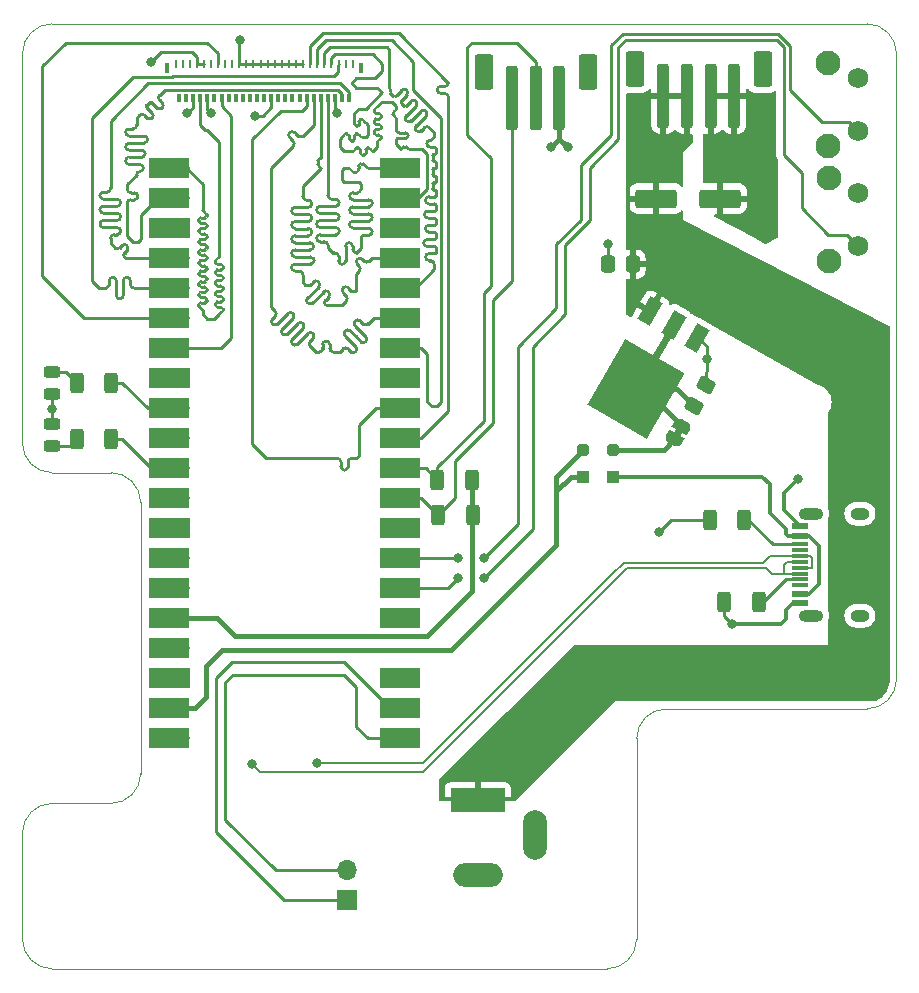
<source format=gbr>
%TF.GenerationSoftware,KiCad,Pcbnew,7.0.1*%
%TF.CreationDate,2023-06-27T14:48:06+02:00*%
%TF.ProjectId,micromirror-board-controller,6d696372-6f6d-4697-9272-6f722d626f61,rev?*%
%TF.SameCoordinates,Original*%
%TF.FileFunction,Copper,L1,Top*%
%TF.FilePolarity,Positive*%
%FSLAX46Y46*%
G04 Gerber Fmt 4.6, Leading zero omitted, Abs format (unit mm)*
G04 Created by KiCad (PCBNEW 7.0.1) date 2023-06-27 14:48:06*
%MOMM*%
%LPD*%
G01*
G04 APERTURE LIST*
G04 Aperture macros list*
%AMRoundRect*
0 Rectangle with rounded corners*
0 $1 Rounding radius*
0 $2 $3 $4 $5 $6 $7 $8 $9 X,Y pos of 4 corners*
0 Add a 4 corners polygon primitive as box body*
4,1,4,$2,$3,$4,$5,$6,$7,$8,$9,$2,$3,0*
0 Add four circle primitives for the rounded corners*
1,1,$1+$1,$2,$3*
1,1,$1+$1,$4,$5*
1,1,$1+$1,$6,$7*
1,1,$1+$1,$8,$9*
0 Add four rect primitives between the rounded corners*
20,1,$1+$1,$2,$3,$4,$5,0*
20,1,$1+$1,$4,$5,$6,$7,0*
20,1,$1+$1,$6,$7,$8,$9,0*
20,1,$1+$1,$8,$9,$2,$3,0*%
%AMRotRect*
0 Rectangle, with rotation*
0 The origin of the aperture is its center*
0 $1 length*
0 $2 width*
0 $3 Rotation angle, in degrees counterclockwise*
0 Add horizontal line*
21,1,$1,$2,0,0,$3*%
%AMFreePoly0*
4,1,19,0.500000,-0.750000,0.000000,-0.750000,0.000000,-0.744911,-0.071157,-0.744911,-0.207707,-0.704816,-0.327430,-0.627875,-0.420627,-0.520320,-0.479746,-0.390866,-0.500000,-0.250000,-0.500000,0.250000,-0.479746,0.390866,-0.420627,0.520320,-0.327430,0.627875,-0.207708,0.704817,-0.071157,0.744911,0.000000,0.744911,0.000000,0.750000,0.500000,0.750000,0.500000,-0.750000,0.500000,-0.750000,
$1*%
%AMFreePoly1*
4,1,19,0.000000,0.744911,0.071157,0.744911,0.207707,0.704816,0.327430,0.627875,0.420627,0.520320,0.479746,0.390866,0.500000,0.250000,0.500000,-0.250000,0.479746,-0.390866,0.420627,-0.520320,0.327430,-0.627875,0.207708,-0.704817,0.071157,-0.744911,0.000000,-0.744911,0.000000,-0.750000,-0.500000,-0.750000,-0.500000,0.750000,0.000000,0.750000,0.000000,0.744911,0.000000,0.744911,
$1*%
G04 Aperture macros list end*
%TA.AperFunction,NonConductor*%
%ADD10C,0.100000*%
%TD*%
%TA.AperFunction,SMDPad,CuDef*%
%ADD11RoundRect,0.250000X-0.250000X-0.250000X0.250000X-0.250000X0.250000X0.250000X-0.250000X0.250000X0*%
%TD*%
%TA.AperFunction,SMDPad,CuDef*%
%ADD12FreePoly0,60.000000*%
%TD*%
%TA.AperFunction,SMDPad,CuDef*%
%ADD13FreePoly1,60.000000*%
%TD*%
%TA.AperFunction,SMDPad,CuDef*%
%ADD14RoundRect,0.250000X0.242612X-0.529784X0.580112X0.054784X-0.242612X0.529784X-0.580112X-0.054784X0*%
%TD*%
%TA.AperFunction,SMDPad,CuDef*%
%ADD15RoundRect,0.250000X-0.312500X-0.625000X0.312500X-0.625000X0.312500X0.625000X-0.312500X0.625000X0*%
%TD*%
%TA.AperFunction,SMDPad,CuDef*%
%ADD16R,0.260000X0.800000*%
%TD*%
%TA.AperFunction,SMDPad,CuDef*%
%ADD17R,0.300000X0.650000*%
%TD*%
%TA.AperFunction,SMDPad,CuDef*%
%ADD18R,0.400000X0.850000*%
%TD*%
%TA.AperFunction,SMDPad,CuDef*%
%ADD19RoundRect,0.243750X-0.456250X0.243750X-0.456250X-0.243750X0.456250X-0.243750X0.456250X0.243750X0*%
%TD*%
%TA.AperFunction,ComponentPad*%
%ADD20R,4.600000X2.000000*%
%TD*%
%TA.AperFunction,ComponentPad*%
%ADD21O,4.200000X2.000000*%
%TD*%
%TA.AperFunction,ComponentPad*%
%ADD22O,2.000000X4.200000*%
%TD*%
%TA.AperFunction,SMDPad,CuDef*%
%ADD23RoundRect,0.250000X-0.250000X-2.500000X0.250000X-2.500000X0.250000X2.500000X-0.250000X2.500000X0*%
%TD*%
%TA.AperFunction,SMDPad,CuDef*%
%ADD24RoundRect,0.250000X-0.550000X-1.250000X0.550000X-1.250000X0.550000X1.250000X-0.550000X1.250000X0*%
%TD*%
%TA.AperFunction,SMDPad,CuDef*%
%ADD25RoundRect,0.250000X0.337500X0.475000X-0.337500X0.475000X-0.337500X-0.475000X0.337500X-0.475000X0*%
%TD*%
%TA.AperFunction,ComponentPad*%
%ADD26R,1.700000X1.700000*%
%TD*%
%TA.AperFunction,ComponentPad*%
%ADD27O,1.700000X1.700000*%
%TD*%
%TA.AperFunction,SMDPad,CuDef*%
%ADD28RoundRect,0.243750X0.456250X-0.243750X0.456250X0.243750X-0.456250X0.243750X-0.456250X-0.243750X0*%
%TD*%
%TA.AperFunction,SMDPad,CuDef*%
%ADD29RoundRect,0.250000X0.312500X0.625000X-0.312500X0.625000X-0.312500X-0.625000X0.312500X-0.625000X0*%
%TD*%
%TA.AperFunction,ComponentPad*%
%ADD30C,2.100000*%
%TD*%
%TA.AperFunction,ComponentPad*%
%ADD31C,1.750000*%
%TD*%
%TA.AperFunction,SMDPad,CuDef*%
%ADD32R,1.000000X1.000000*%
%TD*%
%TA.AperFunction,SMDPad,CuDef*%
%ADD33R,3.500000X1.700000*%
%TD*%
%TA.AperFunction,SMDPad,CuDef*%
%ADD34RoundRect,0.250000X-1.500000X-0.550000X1.500000X-0.550000X1.500000X0.550000X-1.500000X0.550000X0*%
%TD*%
%TA.AperFunction,SMDPad,CuDef*%
%ADD35RotRect,2.200000X1.200000X240.000000*%
%TD*%
%TA.AperFunction,SMDPad,CuDef*%
%ADD36RotRect,6.400000X5.800000X240.000000*%
%TD*%
%TA.AperFunction,SMDPad,CuDef*%
%ADD37R,1.450000X0.600000*%
%TD*%
%TA.AperFunction,SMDPad,CuDef*%
%ADD38R,1.450000X0.300000*%
%TD*%
%TA.AperFunction,ComponentPad*%
%ADD39O,2.100000X1.000000*%
%TD*%
%TA.AperFunction,ComponentPad*%
%ADD40O,1.600000X1.000000*%
%TD*%
%TA.AperFunction,ViaPad*%
%ADD41C,0.800000*%
%TD*%
%TA.AperFunction,Conductor*%
%ADD42C,0.400000*%
%TD*%
%TA.AperFunction,Conductor*%
%ADD43C,0.250000*%
%TD*%
%TA.AperFunction,Conductor*%
%ADD44C,0.300000*%
%TD*%
%TA.AperFunction,Conductor*%
%ADD45C,0.600000*%
%TD*%
%TA.AperFunction,Conductor*%
%ADD46C,0.200000*%
%TD*%
G04 APERTURE END LIST*
D10*
X165042751Y-137411351D02*
G75*
G03*
X167542751Y-134911284I-51J2500051D01*
G01*
X125542716Y-97911284D02*
G75*
G03*
X123042751Y-95411284I-2499916J84D01*
G01*
X170042751Y-115411284D02*
X187042751Y-115411284D01*
X115542716Y-92911284D02*
G75*
G03*
X118042751Y-95411284I2500084J84D01*
G01*
X170042751Y-115411351D02*
G75*
G03*
X167542751Y-117911284I-51J-2499949D01*
G01*
X125542751Y-97911284D02*
X125542751Y-120911284D01*
X123042751Y-123411351D02*
G75*
G03*
X125542751Y-120911284I-51J2500051D01*
G01*
X118042751Y-137411284D02*
X165042751Y-137411284D01*
X187042751Y-57411284D02*
X118042751Y-57411284D01*
X189542716Y-59911284D02*
G75*
G03*
X187042751Y-57411284I-2499916J84D01*
G01*
X118042751Y-95411284D02*
X123042751Y-95411284D01*
X118042751Y-123411351D02*
G75*
G03*
X115542751Y-125911284I-51J-2499949D01*
G01*
X123042751Y-123411284D02*
X118042751Y-123411284D01*
X115542751Y-59911284D02*
X115542751Y-92911284D01*
X187042751Y-115411351D02*
G75*
G03*
X189542751Y-112911284I-51J2500051D01*
G01*
X189542751Y-112911284D02*
X189542751Y-59911284D01*
X118042751Y-57411351D02*
G75*
G03*
X115542751Y-59911284I-51J-2499949D01*
G01*
X115542751Y-125911284D02*
X115542751Y-134911284D01*
X167542751Y-134911284D02*
X167542751Y-117911284D01*
X115542716Y-134911284D02*
G75*
G03*
X118042751Y-137411284I2500084J84D01*
G01*
%TA.AperFunction,EtchedComponent*%
%TO.C,JP1*%
G36*
X171456619Y-91952933D02*
G01*
X171206619Y-92385945D01*
X170687003Y-92085945D01*
X170937003Y-91652933D01*
X171456619Y-91952933D01*
G37*
%TD.AperFunction*%
%TD*%
D11*
%TO.P,D1,1,K*%
%TO.N,/+5V VSYS*%
X163000000Y-93500000D03*
%TO.P,D1,2,A*%
%TO.N,/+5V*%
X165500000Y-93500000D03*
%TD*%
D12*
%TO.P,JP1,1,A*%
%TO.N,/+5V*%
X170746811Y-92582356D03*
D13*
%TO.P,JP1,2,B*%
X171396811Y-91456522D03*
%TD*%
D14*
%TO.P,C3,1*%
%TO.N,/+5V*%
X172405474Y-89743614D03*
%TO.P,C3,2*%
%TO.N,GND*%
X173442974Y-87946612D03*
%TD*%
D15*
%TO.P,R2,1*%
%TO.N,/SCL*%
X150675000Y-96000000D03*
%TO.P,R2,2*%
%TO.N,/+3.3V*%
X153600000Y-96000000D03*
%TD*%
D16*
%TO.P,J4,1,Pin_1*%
%TO.N,unconnected-(J4-Pin_1-Pad1)*%
X143500000Y-60850000D03*
D17*
%TO.P,J4,2,DATAEN*%
%TO.N,/DATAEN_CMD*%
X143200000Y-63725000D03*
D16*
%TO.P,J4,3,PCLK_ALT*%
%TO.N,unconnected-(J4-PCLK_ALT-Pad3)*%
X142900000Y-60850000D03*
D17*
%TO.P,J4,4,Vsync*%
%TO.N,/Vsync*%
X142600000Y-63725000D03*
D16*
%TO.P,J4,5,Hsync*%
%TO.N,/Hsync*%
X142300000Y-60850000D03*
D17*
%TO.P,J4,6,GND*%
%TO.N,GND*%
X142000000Y-63725000D03*
D16*
%TO.P,J4,7,P1*%
%TO.N,/P1*%
X141700000Y-60850000D03*
D17*
%TO.P,J4,8,P0*%
%TO.N,/P0*%
X141400000Y-63725000D03*
D16*
%TO.P,J4,9,P3*%
%TO.N,/P3*%
X141100000Y-60850000D03*
D17*
%TO.P,J4,10,P2*%
%TO.N,/P2*%
X140800000Y-63725000D03*
D16*
%TO.P,J4,11,P5*%
%TO.N,/P5*%
X140500000Y-60850000D03*
D17*
%TO.P,J4,12,P4*%
%TO.N,/P4*%
X140200000Y-63725000D03*
D16*
%TO.P,J4,13,P7*%
%TO.N,/P7*%
X139900000Y-60850000D03*
D17*
%TO.P,J4,14,P6*%
%TO.N,/P6*%
X139600000Y-63725000D03*
D16*
%TO.P,J4,15,GND*%
%TO.N,GND*%
X139300000Y-60850000D03*
D17*
%TO.P,J4,16,Pin_16*%
%TO.N,unconnected-(J4-Pin_16-Pad16)*%
X139000000Y-63725000D03*
D16*
%TO.P,J4,17,Pin_17*%
%TO.N,GND*%
X138700000Y-60850000D03*
D17*
%TO.P,J4,18,Pin_18*%
%TO.N,unconnected-(J4-Pin_18-Pad18)*%
X138400000Y-63725000D03*
D16*
%TO.P,J4,19,Pin_19*%
%TO.N,GND*%
X138100000Y-60850000D03*
D17*
%TO.P,J4,20,Pin_20*%
%TO.N,unconnected-(J4-Pin_20-Pad20)*%
X137800000Y-63725000D03*
D16*
%TO.P,J4,21,Pin_21*%
%TO.N,GND*%
X137500000Y-60850000D03*
D17*
%TO.P,J4,22,Pin_22*%
%TO.N,unconnected-(J4-Pin_22-Pad22)*%
X137200000Y-63725000D03*
D16*
%TO.P,J4,23,Pin_23*%
%TO.N,GND*%
X136900000Y-60850000D03*
D17*
%TO.P,J4,24,Pin_24*%
X136600000Y-63725000D03*
D16*
%TO.P,J4,25,Pin_25*%
X136300000Y-60850000D03*
D17*
%TO.P,J4,26,Pin_26*%
%TO.N,unconnected-(J4-Pin_26-Pad26)*%
X136000000Y-63725000D03*
D16*
%TO.P,J4,27,Pin_27*%
%TO.N,GND*%
X135700000Y-60850000D03*
D17*
%TO.P,J4,28,Pin_28*%
%TO.N,unconnected-(J4-Pin_28-Pad28)*%
X135400000Y-63725000D03*
D16*
%TO.P,J4,29,Pin_29*%
%TO.N,GND*%
X135100000Y-60850000D03*
D17*
%TO.P,J4,30,Pin_30*%
%TO.N,unconnected-(J4-Pin_30-Pad30)*%
X134800000Y-63725000D03*
D16*
%TO.P,J4,31,Pin_31*%
%TO.N,GND*%
X134500000Y-60850000D03*
D17*
%TO.P,J4,32,Pin_32*%
%TO.N,unconnected-(J4-Pin_32-Pad32)*%
X134200000Y-63725000D03*
D16*
%TO.P,J4,33,Pin_33*%
%TO.N,GND*%
X133900000Y-60850000D03*
D17*
%TO.P,J4,34,Pin_34*%
%TO.N,unconnected-(J4-Pin_34-Pad34)*%
X133600000Y-63725000D03*
D16*
%TO.P,J4,35,Pin_35*%
%TO.N,unconnected-(J4-Pin_35-Pad35)*%
X133300000Y-60850000D03*
D17*
%TO.P,J4,36,Pin_36*%
%TO.N,unconnected-(J4-Pin_36-Pad36)*%
X133000000Y-63725000D03*
D16*
%TO.P,J4,37,Pin_37*%
%TO.N,unconnected-(J4-Pin_37-Pad37)*%
X132700000Y-60850000D03*
D17*
%TO.P,J4,38,HOST_IRQ*%
%TO.N,/HOST_IRQ*%
X132400000Y-63725000D03*
D16*
%TO.P,J4,39,GPIO_9*%
%TO.N,/GPIO 9*%
X132100000Y-60850000D03*
D17*
%TO.P,J4,40,Pin_40*%
%TO.N,unconnected-(J4-Pin_40-Pad40)*%
X131800000Y-63725000D03*
D16*
%TO.P,J4,41,Pin_41*%
%TO.N,unconnected-(J4-Pin_41-Pad41)*%
X131500000Y-60850000D03*
D17*
%TO.P,J4,42,GND*%
%TO.N,GND*%
X131200000Y-63725000D03*
D16*
%TO.P,J4,43,GND*%
X130900000Y-60850000D03*
D17*
%TO.P,J4,44,PCLK*%
%TO.N,/PCLK*%
X130600000Y-63725000D03*
D16*
%TO.P,J4,45,GND*%
%TO.N,GND*%
X130300000Y-60850000D03*
D17*
%TO.P,J4,46,GND*%
X130000000Y-63725000D03*
D16*
%TO.P,J4,47,Pin_47*%
%TO.N,unconnected-(J4-Pin_47-Pad47)*%
X129700000Y-60850000D03*
D17*
%TO.P,J4,48,Pin_48*%
%TO.N,unconnected-(J4-Pin_48-Pad48)*%
X129400000Y-63725000D03*
D16*
%TO.P,J4,49,Pin_49*%
%TO.N,unconnected-(J4-Pin_49-Pad49)*%
X129100000Y-60850000D03*
D17*
%TO.P,J4,50,Pin_50*%
%TO.N,unconnected-(J4-Pin_50-Pad50)*%
X128800000Y-63725000D03*
D16*
%TO.P,J4,51,Pin_51*%
%TO.N,unconnected-(J4-Pin_51-Pad51)*%
X128500000Y-60850000D03*
D18*
%TO.P,J4,MP*%
%TO.N,N/C*%
X144200000Y-61175000D03*
X127800000Y-61175000D03*
%TD*%
D19*
%TO.P,D4,1,K*%
%TO.N,GND*%
X118000000Y-91262500D03*
%TO.P,D4,2,A*%
%TO.N,Net-(D4-A)*%
X118000000Y-93137500D03*
%TD*%
D20*
%TO.P,J1,1,+12V*%
%TO.N,/+12V*%
X154100000Y-123150000D03*
D21*
%TO.P,J1,2,bGND*%
%TO.N,GND*%
X154100000Y-129450000D03*
D22*
%TO.P,J1,3*%
%TO.N,N/C*%
X158900000Y-126050000D03*
%TD*%
D23*
%TO.P,J2,1,Pin_1*%
%TO.N,/+12V*%
X169800000Y-63500000D03*
%TO.P,J2,2,Pin_2*%
X171800000Y-63500000D03*
%TO.P,J2,3,Pin_3*%
%TO.N,GND*%
X173800000Y-63500000D03*
%TO.P,J2,4,Pin_4*%
X175800000Y-63500000D03*
D24*
%TO.P,J2,MP*%
%TO.N,N/C*%
X167400000Y-61250000D03*
X178200000Y-61250000D03*
%TD*%
D15*
%TO.P,R5,1*%
%TO.N,GND*%
X174937500Y-106400000D03*
%TO.P,R5,2*%
%TO.N,Net-(J6-CC1)*%
X177862500Y-106400000D03*
%TD*%
%TO.P,R6,1*%
%TO.N,GND*%
X173737500Y-99400000D03*
%TO.P,R6,2*%
%TO.N,Net-(J6-CC2)*%
X176662500Y-99400000D03*
%TD*%
D25*
%TO.P,C2,1*%
%TO.N,/+12V*%
X167200000Y-77750000D03*
%TO.P,C2,2*%
%TO.N,GND*%
X165125000Y-77750000D03*
%TD*%
D26*
%TO.P,J5,1,Pin_1*%
%TO.N,/RX*%
X143035000Y-131605000D03*
D27*
%TO.P,J5,2,Pin_2*%
%TO.N,/TX*%
X143035000Y-129065000D03*
%TD*%
D28*
%TO.P,D3,1,K*%
%TO.N,GND*%
X118000000Y-88737500D03*
%TO.P,D3,2,A*%
%TO.N,Net-(D3-A)*%
X118000000Y-86862500D03*
%TD*%
D29*
%TO.P,R4,1*%
%TO.N,/LED red*%
X123062500Y-92600000D03*
%TO.P,R4,2*%
%TO.N,Net-(D4-A)*%
X120137500Y-92600000D03*
%TD*%
%TO.P,R1,1*%
%TO.N,/+3.3V*%
X153662500Y-99000000D03*
%TO.P,R1,2*%
%TO.N,/SDA*%
X150737500Y-99000000D03*
%TD*%
D30*
%TO.P,SW1,*%
%TO.N,*%
X183797500Y-70475000D03*
X183797500Y-77485000D03*
D31*
%TO.P,SW1,1,1*%
%TO.N,GND*%
X186287500Y-71725000D03*
%TO.P,SW1,2,2*%
%TO.N,Switch B*%
X186287500Y-76225000D03*
%TD*%
D32*
%TO.P,D2,1,K*%
%TO.N,/+5V VSYS*%
X163000000Y-95750000D03*
%TO.P,D2,2,A*%
%TO.N,/VBUS-C*%
X165500000Y-95750000D03*
%TD*%
D30*
%TO.P,SW2,*%
%TO.N,*%
X183760000Y-60750000D03*
X183760000Y-67760000D03*
D31*
%TO.P,SW2,1,1*%
%TO.N,GND*%
X186250000Y-62000000D03*
%TO.P,SW2,2,2*%
%TO.N,Switch A*%
X186250000Y-66500000D03*
%TD*%
D29*
%TO.P,R3,1*%
%TO.N,/LED green*%
X123062500Y-87800000D03*
%TO.P,R3,2*%
%TO.N,Net-(D3-A)*%
X120137500Y-87800000D03*
%TD*%
D23*
%TO.P,J3,1,dGND*%
%TO.N,/SDA*%
X157000000Y-63700000D03*
%TO.P,J3,2,SCL*%
%TO.N,/SCL*%
X159000000Y-63700000D03*
%TO.P,J3,3,SDA*%
%TO.N,GND*%
X161000000Y-63700000D03*
D24*
%TO.P,J3,MP*%
%TO.N,N/C*%
X154600000Y-61450000D03*
X163400000Y-61450000D03*
%TD*%
D27*
%TO.P,U1,1,GPIO0*%
%TO.N,/TX*%
X146640000Y-117880000D03*
D33*
X147540000Y-117880000D03*
D27*
%TO.P,U1,2,GPIO1*%
%TO.N,/RX*%
X146640000Y-115340000D03*
D33*
X147540000Y-115340000D03*
D26*
%TO.P,U1,3,GND*%
%TO.N,GND*%
X146640000Y-112800000D03*
D33*
X147540000Y-112800000D03*
D27*
%TO.P,U1,5,GPIO3*%
%TO.N,unconnected-(U1-GPIO3-Pad5)*%
X146640000Y-107720000D03*
D33*
X147540000Y-107720000D03*
D27*
%TO.P,U1,6,GPIO4*%
%TO.N,Switch B*%
X146640000Y-105180000D03*
D33*
X147540000Y-105180000D03*
D27*
%TO.P,U1,7,GPIO5*%
%TO.N,Switch A*%
X146640000Y-102640000D03*
D33*
X147540000Y-102640000D03*
D26*
%TO.P,U1,8,GND*%
%TO.N,GND*%
X146640000Y-100100000D03*
D33*
X147540000Y-100100000D03*
D27*
%TO.P,U1,9,GPIO6*%
%TO.N,/SDA*%
X146640000Y-97560000D03*
D33*
X147540000Y-97560000D03*
D27*
%TO.P,U1,10,GPIO7*%
%TO.N,/SCL*%
X146640000Y-95020000D03*
D33*
X147540000Y-95020000D03*
D27*
%TO.P,U1,11,GPIO8*%
%TO.N,/P7*%
X146640000Y-92480000D03*
D33*
X147540000Y-92480000D03*
D27*
%TO.P,U1,12,GPIO9*%
%TO.N,/P6*%
X146640000Y-89940000D03*
D33*
X147540000Y-89940000D03*
D26*
%TO.P,U1,13,GND*%
%TO.N,unconnected-(U1-GND-Pad13)*%
X146640000Y-87400000D03*
D33*
X147540000Y-87400000D03*
D27*
%TO.P,U1,14,GPIO10*%
%TO.N,/P5*%
X146640000Y-84860000D03*
D33*
X147540000Y-84860000D03*
D27*
%TO.P,U1,15,GPIO11*%
%TO.N,/P4*%
X146640000Y-82320000D03*
D33*
X147540000Y-82320000D03*
D27*
%TO.P,U1,16,GPIO12*%
%TO.N,/P3*%
X146640000Y-79780000D03*
D33*
X147540000Y-79780000D03*
D27*
%TO.P,U1,17,GPIO13*%
%TO.N,/P2*%
X146640000Y-77240000D03*
D33*
X147540000Y-77240000D03*
D26*
%TO.P,U1,18,GND*%
%TO.N,GND*%
X146640000Y-74700000D03*
D33*
X147540000Y-74700000D03*
D27*
%TO.P,U1,19,GPIO14*%
%TO.N,/P1*%
X146640000Y-72160000D03*
D33*
X147540000Y-72160000D03*
D27*
%TO.P,U1,20,GPIO15*%
%TO.N,/P0*%
X146640000Y-69620000D03*
D33*
X147540000Y-69620000D03*
D27*
%TO.P,U1,21,GPIO16*%
%TO.N,/PCLK*%
X128860000Y-69620000D03*
D33*
X127960000Y-69620000D03*
D27*
%TO.P,U1,22,GPIO17*%
%TO.N,/Vsync*%
X128860000Y-72160000D03*
D33*
X127960000Y-72160000D03*
D26*
%TO.P,U1,23,GND*%
%TO.N,GND*%
X128860000Y-74700000D03*
D33*
X127960000Y-74700000D03*
D27*
%TO.P,U1,24,GPIO18*%
%TO.N,/DATAEN_CMD*%
X128860000Y-77240000D03*
D33*
X127960000Y-77240000D03*
D27*
%TO.P,U1,25,GPIO19*%
%TO.N,/Hsync*%
X128860000Y-79780000D03*
D33*
X127960000Y-79780000D03*
D27*
%TO.P,U1,26,GPIO20*%
%TO.N,/GPIO 9*%
X128860000Y-82320000D03*
D33*
X127960000Y-82320000D03*
D27*
%TO.P,U1,27,GPIO21*%
%TO.N,/HOST_IRQ*%
X128860000Y-84860000D03*
D33*
X127960000Y-84860000D03*
D26*
%TO.P,U1,28,GND*%
%TO.N,GND*%
X128860000Y-87400000D03*
D33*
X127960000Y-87400000D03*
D27*
%TO.P,U1,29,GPIO22*%
%TO.N,/LED green*%
X128860000Y-89940000D03*
D33*
X127960000Y-89940000D03*
D27*
%TO.P,U1,30,RUN*%
%TO.N,unconnected-(U1-RUN-Pad30)*%
X128860000Y-92480000D03*
D33*
X127960000Y-92480000D03*
D27*
%TO.P,U1,31,GPIO26_ADC0*%
%TO.N,/LED red*%
X128860000Y-95020000D03*
D33*
X127960000Y-95020000D03*
D27*
%TO.P,U1,32,GPIO27_ADC1*%
%TO.N,unconnected-(U1-GPIO27_ADC1-Pad32)*%
X128860000Y-97560000D03*
D33*
X127960000Y-97560000D03*
D26*
%TO.P,U1,33,AGND*%
%TO.N,GND*%
X128860000Y-100100000D03*
D33*
X127960000Y-100100000D03*
D27*
%TO.P,U1,34,GPIO28_ADC2*%
%TO.N,unconnected-(U1-GPIO28_ADC2-Pad34)*%
X128860000Y-102640000D03*
D33*
X127960000Y-102640000D03*
D27*
%TO.P,U1,35,ADC_VREF*%
%TO.N,unconnected-(U1-ADC_VREF-Pad35)*%
X128860000Y-105180000D03*
D33*
X127960000Y-105180000D03*
D27*
%TO.P,U1,36,3V3*%
%TO.N,/+3.3V*%
X128860000Y-107720000D03*
D33*
X127960000Y-107720000D03*
D27*
%TO.P,U1,37,3V3_EN*%
%TO.N,unconnected-(U1-3V3_EN-Pad37)*%
X128860000Y-110260000D03*
D33*
X127960000Y-110260000D03*
D26*
%TO.P,U1,38,GND*%
%TO.N,GND*%
X128860000Y-112800000D03*
D33*
X127960000Y-112800000D03*
D27*
%TO.P,U1,39,VSYS*%
%TO.N,/+5V VSYS*%
X128860000Y-115340000D03*
D33*
X127960000Y-115340000D03*
D27*
%TO.P,U1,40,VBUS*%
%TO.N,unconnected-(U1-VBUS-Pad40)*%
X128860000Y-117880000D03*
D33*
X127960000Y-117880000D03*
%TD*%
D34*
%TO.P,C1,1*%
%TO.N,/+12V*%
X169200000Y-72200000D03*
%TO.P,C1,2*%
%TO.N,GND*%
X174600000Y-72200000D03*
%TD*%
D35*
%TO.P,U2,1,GND*%
%TO.N,GND*%
X172646349Y-84022132D03*
%TO.P,U2,2,VO*%
%TO.N,/+5V*%
X170671811Y-82882132D03*
D36*
X167521811Y-88338092D03*
D35*
%TO.P,U2,3,VI*%
%TO.N,/+12V*%
X168697273Y-81742132D03*
%TD*%
D37*
%TO.P,J6,A1,GND*%
%TO.N,GND*%
X181355000Y-106450000D03*
%TO.P,J6,A4,VBUS*%
%TO.N,/VBUS-C*%
X181355000Y-105650000D03*
D38*
%TO.P,J6,A5,CC1*%
%TO.N,Net-(J6-CC1)*%
X181355000Y-104450000D03*
%TO.P,J6,A6,D+*%
%TO.N,/D+*%
X181355000Y-103450000D03*
%TO.P,J6,A7,D-*%
%TO.N,/D-*%
X181355000Y-102950000D03*
%TO.P,J6,A8,SBU1*%
%TO.N,unconnected-(J6-SBU1-PadA8)*%
X181355000Y-101950000D03*
D37*
%TO.P,J6,A9,VBUS*%
%TO.N,/VBUS-C*%
X181355000Y-100750000D03*
%TO.P,J6,A12,GND*%
%TO.N,GND*%
X181355000Y-99950000D03*
%TO.P,J6,B1,GND*%
X181355000Y-99950000D03*
%TO.P,J6,B4,VBUS*%
%TO.N,/VBUS-C*%
X181355000Y-100750000D03*
D38*
%TO.P,J6,B5,CC2*%
%TO.N,Net-(J6-CC2)*%
X181355000Y-101450000D03*
%TO.P,J6,B6,D+*%
%TO.N,/D+*%
X181355000Y-102450000D03*
%TO.P,J6,B7,D-*%
%TO.N,/D-*%
X181355000Y-103950000D03*
%TO.P,J6,B8,SBU2*%
%TO.N,unconnected-(J6-SBU2-PadB8)*%
X181355000Y-104950000D03*
D37*
%TO.P,J6,B9,VBUS*%
%TO.N,/VBUS-C*%
X181355000Y-105650000D03*
%TO.P,J6,B12,GND*%
%TO.N,GND*%
X181355000Y-106450000D03*
D39*
%TO.P,J6,S1,SHIELD*%
%TO.N,unconnected-(J6-SHIELD-PadS1)*%
X182270000Y-107520000D03*
D40*
X186450000Y-107520000D03*
D39*
X182270000Y-98880000D03*
D40*
X186450000Y-98880000D03*
%TD*%
D41*
%TO.N,GND*%
X131500000Y-65000000D03*
X126400000Y-60600000D03*
X160300000Y-67820000D03*
X135200000Y-65200000D03*
X178250000Y-74750000D03*
X134000000Y-58800000D03*
X178250000Y-69250000D03*
X169400000Y-100400000D03*
X165130000Y-76060000D03*
X161700000Y-67800000D03*
X178250000Y-72000000D03*
X175600000Y-108200000D03*
X173521811Y-85819439D03*
X118000000Y-90000000D03*
X142200000Y-65000000D03*
X181170000Y-95980000D03*
X178240000Y-66320000D03*
X129500000Y-65000000D03*
%TO.N,/D-*%
X134970000Y-120040000D03*
%TO.N,/D+*%
X140450000Y-120020000D03*
%TO.N,Switch B*%
X154650000Y-104320000D03*
X152430000Y-104320000D03*
%TO.N,Switch A*%
X152450000Y-102610000D03*
X154660000Y-102600000D03*
%TD*%
D42*
%TO.N,/+5V*%
X169829167Y-93500000D02*
X170746811Y-92582356D01*
X165500000Y-93500000D02*
X169829167Y-93500000D01*
D43*
%TO.N,GND*%
X135873819Y-65200000D02*
X135200000Y-65200000D01*
D44*
X180000000Y-97150000D02*
X180000000Y-98595000D01*
X180000000Y-98595000D02*
X181355000Y-99950000D01*
D43*
X133900000Y-60850000D02*
X133900000Y-58900000D01*
D42*
X161000000Y-67160000D02*
X160300000Y-67820000D01*
D43*
X136600000Y-64473819D02*
X135873819Y-65200000D01*
D44*
X180200000Y-107800000D02*
X180200000Y-107000000D01*
D43*
X118000000Y-90000000D02*
X118000000Y-91262500D01*
X130000000Y-63725000D02*
X130000000Y-64500000D01*
X172646349Y-84022132D02*
X173521811Y-84659439D01*
X136600000Y-63725000D02*
X136600000Y-64473819D01*
X175600000Y-108200000D02*
X174940000Y-107560000D01*
X131200000Y-64700000D02*
X131500000Y-65000000D01*
X133900000Y-60850000D02*
X139300000Y-60850000D01*
X170430000Y-99400000D02*
X173737500Y-99400000D01*
X129860000Y-59760000D02*
X127240000Y-59760000D01*
X118000000Y-88737500D02*
X118000000Y-90000000D01*
X133900000Y-58900000D02*
X134000000Y-58800000D01*
X130300000Y-60850000D02*
X130300000Y-60200000D01*
X130000000Y-64500000D02*
X129500000Y-65000000D01*
X169400000Y-100400000D02*
X170430000Y-99400000D01*
D44*
X179800000Y-108200000D02*
X180200000Y-107800000D01*
D43*
X130300000Y-60850000D02*
X130900000Y-60850000D01*
X173521811Y-84659439D02*
X173521811Y-85819439D01*
D44*
X180200000Y-107000000D02*
X180750000Y-106450000D01*
D43*
X173521811Y-85819439D02*
X173442974Y-87946612D01*
X127240000Y-59760000D02*
X126400000Y-60600000D01*
D44*
X175600000Y-108200000D02*
X179800000Y-108200000D01*
D43*
X174940000Y-107560000D02*
X174937500Y-106400000D01*
X131200000Y-63725000D02*
X131200000Y-64700000D01*
X130300000Y-60200000D02*
X129860000Y-59760000D01*
X142000000Y-63725000D02*
X142000000Y-64800000D01*
X142000000Y-64800000D02*
X142200000Y-65000000D01*
D44*
X181170000Y-95980000D02*
X180000000Y-97150000D01*
D43*
X180750000Y-106450000D02*
X181355000Y-106450000D01*
D42*
X161000000Y-63700000D02*
X161000000Y-67160000D01*
X161000000Y-67160000D02*
X161700000Y-67800000D01*
D43*
X165125000Y-77750000D02*
X165130000Y-76060000D01*
%TO.N,Net-(D3-A)*%
X118000000Y-86862500D02*
X119200000Y-86862500D01*
X119200000Y-86862500D02*
X120137500Y-87800000D01*
%TO.N,Net-(D4-A)*%
X118000000Y-93137500D02*
X119600000Y-93137500D01*
X119600000Y-93137500D02*
X120137500Y-92600000D01*
%TO.N,/SCL*%
X153600000Y-59000000D02*
X153200000Y-59400000D01*
X150675000Y-94925000D02*
X150675000Y-96000000D01*
X154600000Y-80200000D02*
X154600000Y-91000000D01*
X155200000Y-79600000D02*
X154600000Y-80200000D01*
X153200000Y-59400000D02*
X153200000Y-66800000D01*
X157400000Y-59000000D02*
X153600000Y-59000000D01*
X155200000Y-68800000D02*
X155200000Y-79600000D01*
X149695000Y-95020000D02*
X146640000Y-95020000D01*
X154600000Y-91000000D02*
X150675000Y-94925000D01*
X153200000Y-66800000D02*
X155200000Y-68800000D01*
X150675000Y-96000000D02*
X149695000Y-95020000D01*
X159000000Y-60600000D02*
X157400000Y-59000000D01*
X159000000Y-63700000D02*
X159000000Y-60600000D01*
%TO.N,/SDA*%
X157000000Y-79200000D02*
X157000000Y-78000000D01*
X150737500Y-99000000D02*
X149297500Y-97560000D01*
X155400000Y-80800000D02*
X157000000Y-79200000D01*
X155400000Y-91200000D02*
X155400000Y-80800000D01*
X152200000Y-94400000D02*
X155400000Y-91200000D01*
X152200000Y-97537500D02*
X152200000Y-94400000D01*
X157000000Y-63700000D02*
X157000000Y-78000000D01*
X149297500Y-97560000D02*
X146640000Y-97560000D01*
X150737500Y-99000000D02*
X152200000Y-97537500D01*
%TO.N,/+12V*%
X171800000Y-63500000D02*
X169800000Y-63500000D01*
D42*
%TO.N,/+5V*%
X170999952Y-88338092D02*
X167521811Y-88338092D01*
X168278381Y-88338092D02*
X171396811Y-91456522D01*
D45*
X170671811Y-82882132D02*
X167521811Y-88338092D01*
D42*
X172405474Y-89743614D02*
X170999952Y-88338092D01*
D43*
X167521811Y-88338092D02*
X168278381Y-88338092D01*
%TO.N,/PCLK*%
X132200000Y-80025000D02*
X132373400Y-80025000D01*
X130973400Y-73823400D02*
X130800000Y-73823400D01*
X131000000Y-66400000D02*
X130600000Y-66000000D01*
X130800000Y-74275000D02*
X130973400Y-74275000D01*
X130800000Y-81025000D02*
X130626600Y-81025000D01*
X132200000Y-77775000D02*
X132026600Y-77775000D01*
X130453200Y-81198400D02*
X130453200Y-81301600D01*
X132373400Y-80475000D02*
X132200000Y-80475000D01*
X132200000Y-80475000D02*
X132026600Y-80475000D01*
X130626600Y-77875000D02*
X130800000Y-77875000D01*
X131200000Y-66400000D02*
X131000000Y-66400000D01*
X131800000Y-82400000D02*
X132200000Y-82000000D01*
X130800000Y-78325000D02*
X130626600Y-78325000D01*
X130973400Y-74725000D02*
X130800000Y-74725000D01*
X132200000Y-73379418D02*
X132200000Y-67400000D01*
X131146800Y-77148400D02*
X131146800Y-77251600D01*
X130626600Y-76975000D02*
X130800000Y-76975000D01*
X130626600Y-75175000D02*
X130800000Y-75175000D01*
X130453200Y-73998400D02*
X130453200Y-74101600D01*
X132373400Y-79575000D02*
X132200000Y-79575000D01*
X132200000Y-67400000D02*
X131200000Y-66400000D01*
X131146800Y-78948400D02*
X131146800Y-79051600D01*
X131146800Y-74448400D02*
X131146800Y-74551600D01*
X130453200Y-78498400D02*
X130453200Y-78601600D01*
X132546800Y-78951600D02*
X132546800Y-78848400D01*
X130800000Y-76525000D02*
X130626600Y-76525000D01*
X131853200Y-81201600D02*
X131853200Y-81098400D01*
X131146800Y-78048400D02*
X131146800Y-78151600D01*
X131146800Y-73546800D02*
X131146800Y-73650000D01*
X130973400Y-80125000D02*
X130800000Y-80125000D01*
X130800000Y-78775000D02*
X130973400Y-78775000D01*
X130453200Y-80298400D02*
X130453200Y-80401600D01*
X131853200Y-79401600D02*
X131853200Y-79298400D01*
X130800000Y-73823400D02*
X130800000Y-73825000D01*
X132200000Y-81376600D02*
X132200000Y-81375000D01*
X130453200Y-79398400D02*
X130453200Y-79501600D01*
X132373400Y-78675000D02*
X132200000Y-78675000D01*
X129420000Y-69620000D02*
X130800000Y-71000000D01*
X132200000Y-77151600D02*
X132200000Y-73379418D01*
X130453200Y-75798400D02*
X130453200Y-75901600D01*
X132200000Y-81375000D02*
X132026600Y-81375000D01*
X130973400Y-81025000D02*
X130800000Y-81025000D01*
X130800000Y-80125000D02*
X130626600Y-80125000D01*
X132200000Y-79125000D02*
X132373400Y-79125000D01*
X130800000Y-77425000D02*
X130626600Y-77425000D01*
X132026600Y-80925000D02*
X132200000Y-80925000D01*
X132200000Y-78675000D02*
X132026600Y-78675000D01*
X131200000Y-82400000D02*
X131800000Y-82400000D01*
X130626600Y-79675000D02*
X130800000Y-79675000D01*
X131146800Y-80748400D02*
X131146800Y-80851600D01*
X130800000Y-71000000D02*
X130800000Y-73200000D01*
X130973400Y-77425000D02*
X130800000Y-77425000D01*
X132200000Y-80925000D02*
X132373400Y-80925000D01*
X130800000Y-80575000D02*
X130973400Y-80575000D01*
X131146800Y-75348400D02*
X131146800Y-75451600D01*
X132200000Y-78225000D02*
X132373400Y-78225000D01*
X131853200Y-80301600D02*
X131853200Y-80198400D01*
X130800000Y-75175000D02*
X130973400Y-75175000D01*
X131853200Y-78501600D02*
X131853200Y-78398400D01*
X131853200Y-77601600D02*
X131853200Y-77498400D01*
X130973400Y-79225000D02*
X130800000Y-79225000D01*
X131146800Y-76248400D02*
X131146800Y-76351600D01*
X130800000Y-75625000D02*
X130626600Y-75625000D01*
X132373400Y-77775000D02*
X132200000Y-77775000D01*
X130973400Y-75625000D02*
X130800000Y-75625000D01*
X130800000Y-74725000D02*
X130626600Y-74725000D01*
X130453200Y-77598400D02*
X130453200Y-77701600D01*
X130800000Y-81648400D02*
X130800000Y-82000000D01*
X130800000Y-79675000D02*
X130973400Y-79675000D01*
X132200000Y-79575000D02*
X132026600Y-79575000D01*
X132546800Y-79851600D02*
X132546800Y-79748400D01*
X132546800Y-80751600D02*
X132546800Y-80648400D01*
X132026600Y-78225000D02*
X132200000Y-78225000D01*
X130800000Y-73825000D02*
X130626600Y-73825000D01*
X130453200Y-76698400D02*
X130453200Y-76801600D01*
X132026600Y-80025000D02*
X132200000Y-80025000D01*
X130800000Y-77875000D02*
X130973400Y-77875000D01*
X131146800Y-79848400D02*
X131146800Y-79951600D01*
X130800000Y-76075000D02*
X130973400Y-76075000D01*
X130626600Y-74275000D02*
X130800000Y-74275000D01*
X132026600Y-79125000D02*
X132200000Y-79125000D01*
X128860000Y-69620000D02*
X129420000Y-69620000D01*
X130626600Y-76075000D02*
X130800000Y-76075000D01*
X132546800Y-78051600D02*
X132546800Y-77948400D01*
X130800000Y-79225000D02*
X130626600Y-79225000D01*
X130800000Y-76975000D02*
X130973400Y-76975000D01*
X132373400Y-81376600D02*
X132200000Y-81376600D01*
X130973400Y-76525000D02*
X130800000Y-76525000D01*
X130600000Y-66000000D02*
X130600000Y-63725000D01*
X130626600Y-80575000D02*
X130800000Y-80575000D01*
X132546800Y-81653200D02*
X132546800Y-81550000D01*
X130453200Y-74898400D02*
X130453200Y-75001600D01*
X130973400Y-78325000D02*
X130800000Y-78325000D01*
X130626600Y-78775000D02*
X130800000Y-78775000D01*
X130800000Y-82000000D02*
X131200000Y-82400000D01*
X130626600Y-75625000D02*
G75*
G03*
X130453200Y-75798400I0J-173400D01*
G01*
X130453200Y-77701600D02*
G75*
G03*
X130626600Y-77875000I173400J0D01*
G01*
X132026600Y-80025000D02*
G75*
G03*
X131853200Y-80198400I0J-173400D01*
G01*
X130626600Y-80125000D02*
G75*
G03*
X130453200Y-80298400I0J-173400D01*
G01*
X130453200Y-79501600D02*
G75*
G03*
X130626600Y-79675000I173400J0D01*
G01*
X130973400Y-81025000D02*
G75*
G03*
X131146800Y-80851600I0J173400D01*
G01*
X132546800Y-78848400D02*
G75*
G03*
X132373400Y-78675000I-173400J0D01*
G01*
X130453200Y-75001600D02*
G75*
G03*
X130626600Y-75175000I173400J0D01*
G01*
X131146800Y-78948400D02*
G75*
G03*
X130973400Y-78775000I-173400J0D01*
G01*
X131146800Y-80748400D02*
G75*
G03*
X130973400Y-80575000I-173400J0D01*
G01*
X132373400Y-81826600D02*
G75*
G03*
X132546800Y-81653200I0J173400D01*
G01*
X130453200Y-74101600D02*
G75*
G03*
X130626600Y-74275000I173400J0D01*
G01*
X131853200Y-77601600D02*
G75*
G03*
X132026600Y-77775000I173400J0D01*
G01*
X132546800Y-77948400D02*
G75*
G03*
X132373400Y-77775000I-173400J0D01*
G01*
X130626600Y-74725000D02*
G75*
G03*
X130453200Y-74898400I0J-173400D01*
G01*
X132546800Y-80648400D02*
G75*
G03*
X132373400Y-80475000I-173400J0D01*
G01*
X131146800Y-78048400D02*
G75*
G03*
X130973400Y-77875000I-173400J0D01*
G01*
X130973400Y-76525000D02*
G75*
G03*
X131146800Y-76351600I0J173400D01*
G01*
X130626600Y-73825000D02*
G75*
G03*
X130453200Y-73998400I0J-173400D01*
G01*
X131146800Y-79848400D02*
G75*
G03*
X130973400Y-79675000I-173400J0D01*
G01*
X131146800Y-75348400D02*
G75*
G03*
X130973400Y-75175000I-173400J0D01*
G01*
X130973400Y-77425000D02*
G75*
G03*
X131146800Y-77251600I0J173400D01*
G01*
X130800000Y-81648400D02*
G75*
G03*
X130626600Y-81475000I-173400J0D01*
G01*
X132026600Y-77325000D02*
G75*
G03*
X132200000Y-77151600I0J173400D01*
G01*
X130626600Y-76525000D02*
G75*
G03*
X130453200Y-76698400I0J-173400D01*
G01*
X130973400Y-80125000D02*
G75*
G03*
X131146800Y-79951600I0J173400D01*
G01*
X132373400Y-80025000D02*
G75*
G03*
X132546800Y-79851600I0J173400D01*
G01*
X131146800Y-77148400D02*
G75*
G03*
X130973400Y-76975000I-173400J0D01*
G01*
X131853200Y-78501600D02*
G75*
G03*
X132026600Y-78675000I173400J0D01*
G01*
X131853200Y-81201600D02*
G75*
G03*
X132026600Y-81375000I173400J0D01*
G01*
X130973400Y-73823400D02*
G75*
G03*
X131146800Y-73650000I0J173400D01*
G01*
X132026600Y-80925000D02*
G75*
G03*
X131853200Y-81098400I0J-173400D01*
G01*
X132373400Y-79125000D02*
G75*
G03*
X132546800Y-78951600I0J173400D01*
G01*
X130626600Y-81025000D02*
G75*
G03*
X130453200Y-81198400I0J-173400D01*
G01*
X132546800Y-79748400D02*
G75*
G03*
X132373400Y-79575000I-173400J0D01*
G01*
X130453200Y-80401600D02*
G75*
G03*
X130626600Y-80575000I173400J0D01*
G01*
X130973400Y-79225000D02*
G75*
G03*
X131146800Y-79051600I0J173400D01*
G01*
X131146800Y-76248400D02*
G75*
G03*
X130973400Y-76075000I-173400J0D01*
G01*
X132373400Y-81826600D02*
G75*
G03*
X132200000Y-82000000I0J-173400D01*
G01*
X132026600Y-79125000D02*
G75*
G03*
X131853200Y-79298400I0J-173400D01*
G01*
X130626600Y-79225000D02*
G75*
G03*
X130453200Y-79398400I0J-173400D01*
G01*
X131146800Y-73546800D02*
G75*
G03*
X130973400Y-73373400I-173400J0D01*
G01*
X131146800Y-74448400D02*
G75*
G03*
X130973400Y-74275000I-173400J0D01*
G01*
X130973400Y-78325000D02*
G75*
G03*
X131146800Y-78151600I0J173400D01*
G01*
X132373400Y-80925000D02*
G75*
G03*
X132546800Y-80751600I0J173400D01*
G01*
X132026600Y-78225000D02*
G75*
G03*
X131853200Y-78398400I0J-173400D01*
G01*
X130973400Y-75625000D02*
G75*
G03*
X131146800Y-75451600I0J173400D01*
G01*
X131853200Y-79401600D02*
G75*
G03*
X132026600Y-79575000I173400J0D01*
G01*
X132373400Y-78225000D02*
G75*
G03*
X132546800Y-78051600I0J173400D01*
G01*
X130800000Y-73200000D02*
G75*
G03*
X130973400Y-73373400I173400J0D01*
G01*
X132546800Y-81550000D02*
G75*
G03*
X132373400Y-81376600I-173400J0D01*
G01*
X130626600Y-77425000D02*
G75*
G03*
X130453200Y-77598400I0J-173400D01*
G01*
X130973400Y-74725000D02*
G75*
G03*
X131146800Y-74551600I0J173400D01*
G01*
X131853200Y-80301600D02*
G75*
G03*
X132026600Y-80475000I173400J0D01*
G01*
X130453200Y-81301600D02*
G75*
G03*
X130626600Y-81475000I173400J0D01*
G01*
X130453200Y-78601600D02*
G75*
G03*
X130626600Y-78775000I173400J0D01*
G01*
X130453200Y-76801600D02*
G75*
G03*
X130626600Y-76975000I173400J0D01*
G01*
X132026600Y-77325000D02*
G75*
G03*
X131853200Y-77498400I0J-173400D01*
G01*
X130626600Y-78325000D02*
G75*
G03*
X130453200Y-78498400I0J-173400D01*
G01*
X130453200Y-75901600D02*
G75*
G03*
X130626600Y-76075000I173400J0D01*
G01*
%TO.N,/GPIO 9*%
X132100000Y-60850000D02*
X132100000Y-59900000D01*
X117200000Y-61000000D02*
X117200000Y-78800000D01*
X120720000Y-82320000D02*
X128860000Y-82320000D01*
X119200000Y-59000000D02*
X117200000Y-61000000D01*
X132100000Y-59900000D02*
X131200000Y-59000000D01*
X131200000Y-59000000D02*
X119200000Y-59000000D01*
X117200000Y-78800000D02*
X120720000Y-82320000D01*
%TO.N,/P6*%
X144000000Y-91400000D02*
X145460000Y-89940000D01*
X137400000Y-64800000D02*
X135000000Y-67200000D01*
X143400000Y-94200000D02*
X143450000Y-94200000D01*
X136200000Y-94200000D02*
X142200000Y-94200000D01*
X135000000Y-67200000D02*
X135000000Y-93000000D01*
X139600000Y-64400000D02*
X139200000Y-64800000D01*
X135000000Y-93000000D02*
X136200000Y-94200000D01*
X144000000Y-94000000D02*
X144000000Y-91400000D01*
X142500000Y-94500000D02*
X142500000Y-94900000D01*
X139200000Y-64800000D02*
X137400000Y-64800000D01*
X143100000Y-94900000D02*
X143100000Y-94500000D01*
X145460000Y-89940000D02*
X146640000Y-89940000D01*
X143450000Y-94200000D02*
X143800000Y-94200000D01*
X143800000Y-94200000D02*
X144000000Y-94000000D01*
X139600000Y-63725000D02*
X139600000Y-64400000D01*
X142500000Y-94500000D02*
G75*
G03*
X142200000Y-94200000I-300000J0D01*
G01*
X142500000Y-94900000D02*
G75*
G03*
X142800000Y-95200000I300000J0D01*
G01*
X142800000Y-95200000D02*
G75*
G03*
X143100000Y-94900000I0J300000D01*
G01*
X143400000Y-94200000D02*
G75*
G03*
X143100000Y-94500000I0J-300000D01*
G01*
%TO.N,/P7*%
X150950000Y-63300000D02*
X151300000Y-63300000D01*
X149320000Y-92480000D02*
X146640000Y-92480000D01*
X151600000Y-63650000D02*
X151600000Y-90200000D01*
X147400000Y-58200000D02*
X151600000Y-62400000D01*
X151600000Y-63600000D02*
X151600000Y-63650000D01*
X139900000Y-60850000D02*
X139900000Y-59300000D01*
X151300000Y-62700000D02*
X150950000Y-62700000D01*
X139900000Y-59300000D02*
X141000000Y-58200000D01*
X151600000Y-90200000D02*
X149320000Y-92480000D01*
X141000000Y-58200000D02*
X147400000Y-58200000D01*
X151600000Y-63600000D02*
G75*
G03*
X151300000Y-63300000I-300000J0D01*
G01*
X150650000Y-63000000D02*
G75*
G03*
X150950000Y-63300000I300000J0D01*
G01*
X150950000Y-62700000D02*
G75*
G03*
X150650000Y-63000000I0J-300000D01*
G01*
X151300000Y-62700000D02*
G75*
G03*
X151600000Y-62400000I0J300000D01*
G01*
%TO.N,/P4*%
X139724150Y-83613115D02*
X139724150Y-83613114D01*
X138168628Y-67041421D02*
X138451470Y-67324263D01*
X144800000Y-82800000D02*
X145280000Y-82320000D01*
X138875735Y-66900000D02*
X138592892Y-66617157D01*
X137964580Y-83675615D02*
X138875617Y-82764583D01*
X138451470Y-67748527D02*
X138451471Y-67748528D01*
X145280000Y-82320000D02*
X146640000Y-82320000D01*
X138813113Y-84524148D02*
X139724150Y-83613115D01*
X144619121Y-83891915D02*
X143951470Y-83224263D01*
X136600000Y-69600000D02*
X136600000Y-81400000D01*
X140950000Y-84900000D02*
X140950000Y-84555801D01*
X143770593Y-84740443D02*
X143315074Y-84284924D01*
X139905030Y-84705030D02*
X140400000Y-85200000D01*
X138388850Y-84099884D02*
X138388848Y-84099883D01*
X144375735Y-82800000D02*
X144375734Y-82800000D01*
X137540317Y-83251351D02*
X137540315Y-83251350D01*
X143315074Y-84284924D02*
X142859557Y-83829407D01*
X139299882Y-83188847D02*
X138388850Y-84099884D01*
X140200000Y-63725000D02*
X140200000Y-66000000D01*
X138875734Y-66900000D02*
X138875735Y-66900000D01*
X141850000Y-85200000D02*
X142400000Y-85200000D01*
X142400000Y-85200000D02*
X142678680Y-84921322D01*
X137116047Y-82827082D02*
X138027084Y-81916050D01*
X136600000Y-81400000D02*
X136935168Y-81735167D01*
X138027084Y-81916050D02*
X138027084Y-81916049D01*
X139905030Y-84280765D02*
X139905029Y-84280765D01*
X136691784Y-82402818D02*
X136691782Y-82402817D01*
X136935168Y-82159431D02*
X136691784Y-82402818D01*
X144132349Y-82556614D02*
X144375735Y-82800000D01*
X143951470Y-83224263D02*
X143708085Y-82980878D01*
X141550000Y-84555801D02*
X141550000Y-84900000D01*
X140400000Y-85200000D02*
X140650000Y-85200000D01*
X143283821Y-83405143D02*
X143739340Y-83860662D01*
X140200000Y-66000000D02*
X139300000Y-66900000D01*
X138875617Y-82764583D02*
X138875617Y-82764582D01*
X140148415Y-84037379D02*
X139905030Y-84280765D01*
X138451471Y-67748528D02*
X136600000Y-69600000D01*
X138451349Y-82340314D02*
X137540317Y-83251351D01*
X143102944Y-84921322D02*
X143346329Y-85164707D01*
X143739340Y-83860662D02*
X144194857Y-84316179D01*
X136691733Y-82402768D02*
G75*
G03*
X136691783Y-82827082I212167J-212132D01*
G01*
X143708039Y-82556568D02*
G75*
G03*
X143708085Y-82980878I212161J-212132D01*
G01*
X144375734Y-82800000D02*
G75*
G03*
X144800000Y-82800000I212133J212134D01*
G01*
X139905032Y-84280768D02*
G75*
G03*
X139905030Y-84705030I212168J-212132D01*
G01*
X140148368Y-84037331D02*
G75*
G03*
X140148415Y-83613115I-212068J212131D01*
G01*
X141549999Y-84555801D02*
G75*
G03*
X141250000Y-84255801I-299999J1D01*
G01*
X143102943Y-84921323D02*
G75*
G03*
X142678681Y-84921323I-212131J-212131D01*
G01*
X143346330Y-85164706D02*
G75*
G03*
X143770592Y-85164706I212131J212131D01*
G01*
X138168639Y-66617168D02*
G75*
G03*
X138168628Y-67041421I212161J-212132D01*
G01*
X142859582Y-83405168D02*
G75*
G03*
X142859557Y-83829407I212118J-212132D01*
G01*
X141550000Y-84900000D02*
G75*
G03*
X141850000Y-85200000I300000J0D01*
G01*
X138875734Y-66900000D02*
G75*
G03*
X139300000Y-66900000I212133J212134D01*
G01*
X143283820Y-83405144D02*
G75*
G03*
X142859558Y-83405144I-212131J-212131D01*
G01*
X138388833Y-84099868D02*
G75*
G03*
X138388849Y-84524148I212167J-212132D01*
G01*
X137540333Y-83251368D02*
G75*
G03*
X137540316Y-83675615I212167J-212132D01*
G01*
X140148433Y-83613097D02*
G75*
G03*
X139724150Y-83613114I-212133J-212103D01*
G01*
X139299866Y-83188831D02*
G75*
G03*
X139299881Y-82764584I-212066J212131D01*
G01*
X138451475Y-67748532D02*
G75*
G03*
X138451470Y-67324263I-212175J212132D01*
G01*
X139299833Y-82764632D02*
G75*
G03*
X138875617Y-82764582I-212133J-212068D01*
G01*
X138451367Y-82340332D02*
G75*
G03*
X138451349Y-81916050I-212167J212132D01*
G01*
X138592891Y-66617158D02*
G75*
G03*
X138168629Y-66617158I-212131J-212131D01*
G01*
X138451333Y-81916066D02*
G75*
G03*
X138027084Y-81916049I-212133J-212134D01*
G01*
X144194858Y-84316178D02*
G75*
G03*
X144619120Y-84316178I212131J212131D01*
G01*
X138388850Y-84524147D02*
G75*
G03*
X138813112Y-84524147I212131J212131D01*
G01*
X140650000Y-85200000D02*
G75*
G03*
X140950000Y-84900000I0J300000D01*
G01*
X136691784Y-82827081D02*
G75*
G03*
X137116046Y-82827081I212131J212131D01*
G01*
X144619073Y-84316131D02*
G75*
G03*
X144619120Y-83891916I-212073J212131D01*
G01*
X143770618Y-85164732D02*
G75*
G03*
X143770593Y-84740443I-212118J212132D01*
G01*
X136935169Y-82159432D02*
G75*
G03*
X136935168Y-81735167I-212169J212132D01*
G01*
X144132348Y-82556615D02*
G75*
G03*
X143708086Y-82556615I-212131J-212131D01*
G01*
X137540317Y-83675614D02*
G75*
G03*
X137964579Y-83675614I212131J212131D01*
G01*
X141250000Y-84255800D02*
G75*
G03*
X140950000Y-84555801I0J-300000D01*
G01*
%TO.N,/P5*%
X148600000Y-63000000D02*
X151000000Y-65400000D01*
X149800000Y-89400000D02*
X149800000Y-85400000D01*
X140500000Y-60850000D02*
X140500000Y-59500000D01*
X150200000Y-89800000D02*
X149800000Y-89400000D01*
X151000000Y-89400000D02*
X150600000Y-89800000D01*
X146800000Y-58800000D02*
X148600000Y-60600000D01*
X150600000Y-89800000D02*
X150200000Y-89800000D01*
X149260000Y-84860000D02*
X146640000Y-84860000D01*
X148600000Y-60600000D02*
X148600000Y-63000000D01*
X140500000Y-59500000D02*
X141200000Y-58800000D01*
X151000000Y-65400000D02*
X151000000Y-89400000D01*
X149800000Y-85400000D02*
X149260000Y-84860000D01*
X141200000Y-58800000D02*
X146800000Y-58800000D01*
%TO.N,/P2*%
X140182647Y-79247493D02*
X139927201Y-79502938D01*
X139287044Y-79287044D02*
X139287044Y-78637044D01*
X144475735Y-77500000D02*
X144326355Y-77350620D01*
X139748299Y-72337044D02*
X139587044Y-72337044D01*
X139287044Y-71407035D02*
X139287044Y-71112956D01*
X142951470Y-80848527D02*
X142951471Y-80848528D01*
X143375734Y-80000000D02*
X143375735Y-80000000D01*
X138987044Y-78337044D02*
X138625789Y-78337044D01*
X139948299Y-77137044D02*
X139287044Y-77137044D01*
X139748299Y-74737044D02*
X139287044Y-74737044D01*
X144475734Y-77500000D02*
X144475735Y-77500000D01*
X143800000Y-78600000D02*
X143800000Y-80000000D01*
X141031180Y-80096025D02*
X140096023Y-81031178D01*
X139287044Y-73537044D02*
X138625789Y-73537044D01*
X138625789Y-74137044D02*
X139287044Y-74137044D01*
X139287044Y-72937044D02*
X139748299Y-72937044D01*
X141031180Y-80096024D02*
X141031180Y-80096025D01*
X139287044Y-74137044D02*
X139748299Y-74137044D01*
X146640000Y-77240000D02*
X145160000Y-77240000D01*
X139287044Y-77137044D02*
X138625789Y-77137044D01*
X140800000Y-68742470D02*
X140800000Y-68400000D01*
X144051471Y-78348528D02*
X143800000Y-78600000D01*
X143375735Y-80000000D02*
X143120289Y-79744554D01*
X139671760Y-80606914D02*
X140606912Y-79671757D01*
X143902091Y-77774884D02*
X144051470Y-77924263D01*
X139287044Y-72037044D02*
X139287044Y-71407035D01*
X139287044Y-71112956D02*
X140800000Y-69600000D01*
X139671758Y-80606913D02*
X139671760Y-80606914D01*
X140800000Y-68400000D02*
X140800000Y-63725000D01*
X139287044Y-75937044D02*
X138625789Y-75937044D01*
X140542469Y-69342470D02*
X140542469Y-69000000D01*
X141199999Y-80775735D02*
X141200000Y-80775735D01*
X139287044Y-75337044D02*
X139748299Y-75337044D01*
X138625789Y-72937044D02*
X139287044Y-72937044D01*
X140671235Y-69471235D02*
X140671234Y-69471235D01*
X142600000Y-81200000D02*
X141200000Y-81200000D01*
X139502937Y-79502938D02*
X139287044Y-79287044D01*
X139287044Y-74737044D02*
X138625789Y-74737044D01*
X145160000Y-77240000D02*
X144900000Y-77500000D01*
X138625789Y-77737044D02*
X138987044Y-77737044D01*
X141200000Y-80775735D02*
X141455445Y-80520289D01*
X144051470Y-78348527D02*
X144051471Y-78348528D01*
X140182647Y-79247492D02*
X140182647Y-79247493D01*
X142696025Y-80168818D02*
X142951470Y-80424263D01*
X138987044Y-77737044D02*
X139948299Y-77737044D01*
X140671234Y-68871235D02*
X140671235Y-68871235D01*
X139748299Y-73537044D02*
X139287044Y-73537044D01*
X142951471Y-80848528D02*
X142600000Y-81200000D01*
X139898299Y-75937044D02*
X139287044Y-75937044D01*
X138625789Y-75337044D02*
X139287044Y-75337044D01*
X139287044Y-76537044D02*
X139898299Y-76537044D01*
X138625789Y-76537044D02*
X139287044Y-76537044D01*
X138625789Y-76536989D02*
G75*
G03*
X138325789Y-76837044I11J-300011D01*
G01*
X138325756Y-78037044D02*
G75*
G03*
X138625789Y-78337044I300044J44D01*
G01*
X139748299Y-75336999D02*
G75*
G03*
X140048299Y-75037044I1J299999D01*
G01*
X140671234Y-68871269D02*
G75*
G03*
X140542469Y-69000000I-34J-128731D01*
G01*
X138325756Y-73237044D02*
G75*
G03*
X138625789Y-73537044I300044J44D01*
G01*
X143902140Y-77350669D02*
G75*
G03*
X143902092Y-77774883I212060J-212131D01*
G01*
X138325756Y-74437044D02*
G75*
G03*
X138625789Y-74737044I300044J44D01*
G01*
X139286956Y-72037044D02*
G75*
G03*
X139587044Y-72337044I300044J44D01*
G01*
X143120288Y-79744555D02*
G75*
G03*
X142696026Y-79744555I-212131J-212131D01*
G01*
X139671714Y-80606869D02*
G75*
G03*
X139671760Y-81031177I212186J-212131D01*
G01*
X144475734Y-77500000D02*
G75*
G03*
X144900000Y-77500000I212133J212134D01*
G01*
X139671760Y-81031177D02*
G75*
G03*
X140096022Y-81031177I212131J212131D01*
G01*
X139948299Y-77736999D02*
G75*
G03*
X140248299Y-77437044I1J299999D01*
G01*
X138325756Y-76837044D02*
G75*
G03*
X138625789Y-77137044I300044J44D01*
G01*
X139286956Y-78637044D02*
G75*
G03*
X138987044Y-78337044I-299956J44D01*
G01*
X140606887Y-79671732D02*
G75*
G03*
X140606912Y-79247493I-212087J212132D01*
G01*
X140048256Y-73837044D02*
G75*
G03*
X139748299Y-73537044I-299956J44D01*
G01*
X139898299Y-76536999D02*
G75*
G03*
X140198299Y-76237044I1J299999D01*
G01*
X140248256Y-77437044D02*
G75*
G03*
X139948299Y-77137044I-299956J44D01*
G01*
X138625789Y-75336989D02*
G75*
G03*
X138325789Y-75637044I11J-300011D01*
G01*
X142696039Y-79744568D02*
G75*
G03*
X142696025Y-80168818I212161J-212132D01*
G01*
X140048256Y-72637044D02*
G75*
G03*
X139748299Y-72337044I-299956J44D01*
G01*
X138625789Y-72936989D02*
G75*
G03*
X138325789Y-73237044I11J-300011D01*
G01*
X140198256Y-76237044D02*
G75*
G03*
X139898299Y-75937044I-299956J44D01*
G01*
X141455433Y-80096037D02*
G75*
G03*
X141031180Y-80096024I-212133J-212163D01*
G01*
X140606932Y-79247473D02*
G75*
G03*
X140182648Y-79247493I-212132J-212127D01*
G01*
X141455488Y-80520332D02*
G75*
G03*
X141455445Y-80096025I-212188J212132D01*
G01*
X138325756Y-75637044D02*
G75*
G03*
X138625789Y-75937044I300044J44D01*
G01*
X140799965Y-69600000D02*
G75*
G03*
X140671235Y-69471235I-128765J0D01*
G01*
X144326354Y-77350621D02*
G75*
G03*
X143902092Y-77350621I-212131J-212131D01*
G01*
X140671235Y-68871300D02*
G75*
G03*
X140800000Y-68742470I-35J128800D01*
G01*
X139748299Y-72936999D02*
G75*
G03*
X140048299Y-72637044I1J299999D01*
G01*
X139502938Y-79502937D02*
G75*
G03*
X139927200Y-79502937I212131J212131D01*
G01*
X141200032Y-80775769D02*
G75*
G03*
X141200000Y-81200000I212068J-212131D01*
G01*
X140048256Y-75037044D02*
G75*
G03*
X139748299Y-74737044I-299956J44D01*
G01*
X144051475Y-78348532D02*
G75*
G03*
X144051470Y-77924263I-212175J212132D01*
G01*
X140542465Y-69342470D02*
G75*
G03*
X140671234Y-69471235I128735J-30D01*
G01*
X138625789Y-74136989D02*
G75*
G03*
X138325789Y-74437044I11J-300011D01*
G01*
X142951475Y-80848532D02*
G75*
G03*
X142951470Y-80424263I-212175J212132D01*
G01*
X138625789Y-77736989D02*
G75*
G03*
X138325789Y-78037044I11J-300011D01*
G01*
X143375734Y-80000000D02*
G75*
G03*
X143800000Y-80000000I212133J212134D01*
G01*
X139748299Y-74136999D02*
G75*
G03*
X140048299Y-73837044I1J299999D01*
G01*
%TO.N,/P3*%
X147230330Y-63430330D02*
X147225463Y-63425462D01*
X150400000Y-73850000D02*
X149863766Y-73850000D01*
X150536234Y-73181883D02*
X150536234Y-72718117D01*
X150400000Y-73250000D02*
X150468117Y-73250000D01*
X150468117Y-71450000D02*
X150400000Y-71450000D01*
X146600000Y-62800000D02*
X146600000Y-59600000D01*
X146600000Y-59600000D02*
X146400000Y-59400000D01*
X150400000Y-69050000D02*
X150331883Y-69050000D01*
X150400000Y-70850000D02*
X150468117Y-70850000D01*
X150263766Y-68981883D02*
X150263766Y-68518117D01*
X149563776Y-66188040D02*
X149290668Y-66461149D01*
X150468117Y-70250000D02*
X150400000Y-70250000D01*
X150400000Y-74450000D02*
X150468117Y-74450000D01*
X147644859Y-63015798D02*
X147230330Y-63430330D01*
X148422674Y-63935035D02*
X147995335Y-64362377D01*
X149127381Y-64927381D02*
X148455636Y-65599126D01*
X150400000Y-76850000D02*
X150468117Y-76850000D01*
X150468117Y-72650000D02*
X150400000Y-72650000D01*
X150400000Y-66950000D02*
X150400000Y-66600000D01*
X147571071Y-63938114D02*
X148069125Y-63440064D01*
X150063766Y-67250000D02*
X150100000Y-67250000D01*
X148455636Y-65599126D02*
X148442143Y-65612622D01*
X147995335Y-64362377D02*
X147995334Y-64362377D01*
X150536234Y-70781883D02*
X150536234Y-70318117D01*
X148866404Y-66036885D02*
X149695466Y-65207827D01*
X150400000Y-72650000D02*
X149963766Y-72650000D01*
X150400000Y-78200000D02*
X150400000Y-77750000D01*
X149290668Y-66461149D02*
X149290669Y-66461148D01*
X150536234Y-76781883D02*
X150536234Y-76318117D01*
X150100000Y-67850000D02*
X150063766Y-67850000D01*
X150400000Y-75650000D02*
X150468117Y-75650000D01*
X149963766Y-76850000D02*
X150400000Y-76850000D01*
X150468117Y-67850000D02*
X150100000Y-67850000D01*
X147571071Y-64105156D02*
X147571072Y-64105157D01*
X149963766Y-74450000D02*
X150400000Y-74450000D01*
X148017878Y-65188359D02*
X148846940Y-64359301D01*
X149813766Y-75650000D02*
X150400000Y-75650000D01*
X150468117Y-73850000D02*
X150400000Y-73850000D01*
X150400000Y-69650000D02*
X150468117Y-69650000D01*
X150400000Y-68450000D02*
X150468117Y-68450000D01*
X148820000Y-79780000D02*
X150400000Y-78200000D01*
X141600000Y-59400000D02*
X141100000Y-59900000D01*
X150536234Y-75581883D02*
X150536234Y-75118117D01*
X150400000Y-75050000D02*
X149963766Y-75050000D01*
X150468117Y-75050000D02*
X150400000Y-75050000D01*
X150400000Y-70250000D02*
X150331883Y-70250000D01*
X149963766Y-72050000D02*
X150400000Y-72050000D01*
X147828292Y-64362377D02*
X147571071Y-64105156D01*
X146640000Y-79780000D02*
X148820000Y-79780000D01*
X150536234Y-69581883D02*
X150536234Y-69118117D01*
X150100000Y-77450000D02*
X149963766Y-77450000D01*
X149271200Y-64783561D02*
X149127381Y-64927381D01*
X150468117Y-69050000D02*
X150400000Y-69050000D01*
X146700000Y-62900000D02*
X146600000Y-62800000D01*
X149863766Y-73250000D02*
X150400000Y-73250000D01*
X150536234Y-68381883D02*
X150536234Y-67918117D01*
X150400000Y-66600000D02*
X149988040Y-66188040D01*
X150263766Y-70181883D02*
X150263766Y-69718117D01*
X150400000Y-76250000D02*
X149813766Y-76250000D01*
X150468117Y-76250000D02*
X150400000Y-76250000D01*
X146400000Y-59400000D02*
X141600000Y-59400000D01*
X146921866Y-63526662D02*
X146700000Y-63304796D01*
X148846940Y-64359301D02*
X148846939Y-64359302D01*
X150400000Y-71450000D02*
X150331883Y-71450000D01*
X150331883Y-68450000D02*
X150400000Y-68450000D01*
X150263766Y-71381883D02*
X150263766Y-70918117D01*
X150331883Y-70850000D02*
X150400000Y-70850000D01*
X146700000Y-63102398D02*
X146699999Y-63102399D01*
X147225463Y-63425462D02*
X147124264Y-63526662D01*
X148069125Y-63440064D02*
X148069124Y-63440065D01*
X150536234Y-74381883D02*
X150536234Y-73918117D01*
X150331883Y-69650000D02*
X150400000Y-69650000D01*
X141100000Y-59900000D02*
X141100000Y-60850000D01*
X150536234Y-71981883D02*
X150536234Y-71518117D01*
X150400000Y-72050000D02*
X150468117Y-72050000D01*
X149695466Y-65207827D02*
X149695465Y-65207828D01*
X148017868Y-65612633D02*
G75*
G03*
X148442143Y-65612622I212132J212133D01*
G01*
X146700000Y-63102400D02*
G75*
G03*
X146700000Y-62900000I-101200J101200D01*
G01*
X150536200Y-72718117D02*
G75*
G03*
X150468117Y-72650000I-68100J17D01*
G01*
X150331883Y-69649966D02*
G75*
G03*
X150263766Y-69718117I17J-68134D01*
G01*
X150468117Y-70850034D02*
G75*
G03*
X150536234Y-70781883I-17J68134D01*
G01*
X150468117Y-75650034D02*
G75*
G03*
X150536234Y-75581883I-17J68134D01*
G01*
X147571037Y-63938080D02*
G75*
G03*
X147571073Y-64105156I83563J-83520D01*
G01*
X149663800Y-74750000D02*
G75*
G03*
X149963766Y-75050000I300000J0D01*
G01*
X150536200Y-76318117D02*
G75*
G03*
X150468117Y-76250000I-68100J17D01*
G01*
X150063766Y-67249966D02*
G75*
G03*
X149763766Y-67550000I34J-300034D01*
G01*
X149988039Y-66188041D02*
G75*
G03*
X149563777Y-66188041I-212131J-212131D01*
G01*
X150468117Y-68450034D02*
G75*
G03*
X150536234Y-68381883I-17J68134D01*
G01*
X148017887Y-65188368D02*
G75*
G03*
X148017878Y-65612623I212113J-212132D01*
G01*
X147828292Y-64362377D02*
G75*
G03*
X147995334Y-64362377I83521J83519D01*
G01*
X150468117Y-73250034D02*
G75*
G03*
X150536234Y-73181883I-17J68134D01*
G01*
X149513800Y-75950000D02*
G75*
G03*
X149813766Y-76250000I300000J0D01*
G01*
X150536200Y-70318117D02*
G75*
G03*
X150468117Y-70250000I-68100J17D01*
G01*
X149963766Y-72049966D02*
G75*
G03*
X149663766Y-72350000I34J-300034D01*
G01*
X150536200Y-71518117D02*
G75*
G03*
X150468117Y-71450000I-68100J17D01*
G01*
X148866387Y-66036868D02*
G75*
G03*
X148866404Y-66461149I212113J-212132D01*
G01*
X150536200Y-67918117D02*
G75*
G03*
X150468117Y-67850000I-68100J17D01*
G01*
X148846970Y-64359333D02*
G75*
G03*
X148846940Y-63935037I-212170J212133D01*
G01*
X150100000Y-67250000D02*
G75*
G03*
X150400000Y-66950000I0J300000D01*
G01*
X148846934Y-63935043D02*
G75*
G03*
X148422674Y-63935035I-212134J-212157D01*
G01*
X149563800Y-73550000D02*
G75*
G03*
X149863766Y-73850000I300000J0D01*
G01*
X149663800Y-72350000D02*
G75*
G03*
X149963766Y-72650000I300000J0D01*
G01*
X150263800Y-71381883D02*
G75*
G03*
X150331883Y-71450000I68100J-17D01*
G01*
X150468117Y-76850034D02*
G75*
G03*
X150536234Y-76781883I-17J68134D01*
G01*
X149695470Y-65207833D02*
G75*
G03*
X149695466Y-64783563I-212170J212133D01*
G01*
X150331883Y-68449966D02*
G75*
G03*
X150263766Y-68518117I17J-68134D01*
G01*
X150331883Y-70849966D02*
G75*
G03*
X150263766Y-70918117I17J-68134D01*
G01*
X148866368Y-66461185D02*
G75*
G03*
X149290669Y-66461148I212132J212185D01*
G01*
X146921867Y-63526661D02*
G75*
G03*
X147124263Y-63526661I101198J101198D01*
G01*
X149863766Y-73249966D02*
G75*
G03*
X149563766Y-73550000I34J-300034D01*
G01*
X150468117Y-74450034D02*
G75*
G03*
X150536234Y-74381883I-17J68134D01*
G01*
X149695434Y-64783595D02*
G75*
G03*
X149271200Y-64783561I-212134J-212105D01*
G01*
X149763800Y-67550000D02*
G75*
G03*
X150063766Y-67850000I300000J0D01*
G01*
X149663800Y-77150000D02*
G75*
G03*
X149963766Y-77450000I300000J0D01*
G01*
X146700003Y-63102401D02*
G75*
G03*
X146700000Y-63304796I101197J-101199D01*
G01*
X150263800Y-70181883D02*
G75*
G03*
X150331883Y-70250000I68100J-17D01*
G01*
X150536200Y-75118117D02*
G75*
G03*
X150468117Y-75050000I-68100J17D01*
G01*
X150400000Y-77750000D02*
G75*
G03*
X150100000Y-77450000I-300000J0D01*
G01*
X150468117Y-69650034D02*
G75*
G03*
X150536234Y-69581883I-17J68134D01*
G01*
X148069134Y-63015791D02*
G75*
G03*
X147644859Y-63015798I-212134J-212109D01*
G01*
X150263800Y-68981883D02*
G75*
G03*
X150331883Y-69050000I68100J-17D01*
G01*
X149963766Y-76849966D02*
G75*
G03*
X149663766Y-77150000I34J-300034D01*
G01*
X150468117Y-72050034D02*
G75*
G03*
X150536234Y-71981883I-17J68134D01*
G01*
X149813766Y-75649966D02*
G75*
G03*
X149513766Y-75950000I34J-300034D01*
G01*
X149963766Y-74449966D02*
G75*
G03*
X149663766Y-74750000I34J-300034D01*
G01*
X150536200Y-69118117D02*
G75*
G03*
X150468117Y-69050000I-68100J17D01*
G01*
X150536200Y-73918117D02*
G75*
G03*
X150468117Y-73850000I-68100J17D01*
G01*
X148069092Y-63440033D02*
G75*
G03*
X148069125Y-63015800I-212092J212133D01*
G01*
%TO.N,/P0*%
X140736933Y-75250000D02*
X142063067Y-75250000D01*
X143998093Y-69620000D02*
X143980000Y-69620000D01*
X143500000Y-76500000D02*
X143500000Y-76236933D01*
X143536933Y-73500000D02*
X144863067Y-73500000D01*
X143798093Y-69983814D02*
X143561907Y-69983814D01*
X144416186Y-69256186D02*
X144180000Y-69256186D01*
X144200000Y-71000000D02*
X144200000Y-71400000D01*
X141100000Y-75850000D02*
X140736933Y-75850000D01*
X141400000Y-76400000D02*
X141400000Y-76150000D01*
X141400000Y-71950000D02*
X141400000Y-69659955D01*
X142780000Y-69620000D02*
X142600000Y-69800000D01*
X144000000Y-70800000D02*
X144200000Y-71000000D01*
X142000000Y-76800000D02*
X141800000Y-76800000D01*
X142600000Y-70600000D02*
X142800000Y-70800000D01*
X140736933Y-74050000D02*
X142063067Y-74050000D01*
X141400000Y-63725000D02*
X141400000Y-65800000D01*
X140736933Y-72850000D02*
X142063067Y-72850000D01*
X143998093Y-69438093D02*
X143998093Y-69620000D01*
X143198093Y-69620000D02*
X142780000Y-69620000D01*
X142600000Y-69800000D02*
X142600000Y-70600000D01*
X144863067Y-72900000D02*
X143536933Y-72900000D01*
X144863067Y-74100000D02*
X143536933Y-74100000D01*
X143900000Y-71700000D02*
X143536933Y-71700000D01*
X142900000Y-76236933D02*
X142900000Y-77463067D01*
X142063067Y-72250000D02*
X141700000Y-72250000D01*
X144200000Y-75600000D02*
X144200000Y-76400000D01*
X141800000Y-76800000D02*
X141400000Y-76400000D01*
X144863067Y-75300000D02*
X144500000Y-75300000D01*
X146640000Y-69620000D02*
X144780000Y-69620000D01*
X143536933Y-74700000D02*
X144863067Y-74700000D01*
X142800000Y-70800000D02*
X144000000Y-70800000D01*
X143536933Y-72300000D02*
X144863067Y-72300000D01*
X142063067Y-73450000D02*
X140736933Y-73450000D01*
X141400000Y-69659955D02*
X141400000Y-65800000D01*
X143980000Y-69620000D02*
X143980000Y-69801907D01*
X142300000Y-77463067D02*
X142300000Y-77100000D01*
X142063067Y-74650000D02*
X140736933Y-74650000D01*
X144200000Y-76400000D02*
X143800000Y-76800000D01*
X140436900Y-75550000D02*
G75*
G03*
X140736933Y-75850000I300000J0D01*
G01*
X143798093Y-69983800D02*
G75*
G03*
X143980000Y-69801907I7J181900D01*
G01*
X142300000Y-77100000D02*
G75*
G03*
X142000000Y-76800000I-300000J0D01*
G01*
X142363100Y-72550000D02*
G75*
G03*
X142063067Y-72250000I-300000J0D01*
G01*
X140736933Y-72850033D02*
G75*
G03*
X140436933Y-73150000I-33J-299967D01*
G01*
X140436900Y-73150000D02*
G75*
G03*
X140736933Y-73450000I300000J0D01*
G01*
X145163100Y-73800000D02*
G75*
G03*
X144863067Y-73500000I-300000J0D01*
G01*
X143379986Y-69801907D02*
G75*
G03*
X143561907Y-69983814I181914J7D01*
G01*
X143200000Y-75936900D02*
G75*
G03*
X142900000Y-76236933I0J-300000D01*
G01*
X141400000Y-71950000D02*
G75*
G03*
X141700000Y-72250000I300000J0D01*
G01*
X143236900Y-74400000D02*
G75*
G03*
X143536933Y-74700000I300000J0D01*
G01*
X143900000Y-71700000D02*
G75*
G03*
X144200000Y-71400000I0J300000D01*
G01*
X143236900Y-73200000D02*
G75*
G03*
X143536933Y-73500000I300000J0D01*
G01*
X141400000Y-76150000D02*
G75*
G03*
X141100000Y-75850000I-300000J0D01*
G01*
X145163100Y-75000000D02*
G75*
G03*
X144863067Y-74700000I-300000J0D01*
G01*
X143536933Y-71700033D02*
G75*
G03*
X143236933Y-72000000I-33J-299967D01*
G01*
X143236900Y-72000000D02*
G75*
G03*
X143536933Y-72300000I300000J0D01*
G01*
X142063067Y-74049967D02*
G75*
G03*
X142363067Y-73750000I33J299967D01*
G01*
X144180000Y-69256193D02*
G75*
G03*
X143998093Y-69438093I0J-181907D01*
G01*
X143499967Y-76236933D02*
G75*
G03*
X143200000Y-75936933I-299967J33D01*
G01*
X142063067Y-75249967D02*
G75*
G03*
X142363067Y-74950000I33J299967D01*
G01*
X142600000Y-77763100D02*
G75*
G03*
X142900000Y-77463067I0J300000D01*
G01*
X142363100Y-74950000D02*
G75*
G03*
X142063067Y-74650000I-300000J0D01*
G01*
X145163100Y-72600000D02*
G75*
G03*
X144863067Y-72300000I-300000J0D01*
G01*
X144863067Y-75299967D02*
G75*
G03*
X145163067Y-75000000I33J299967D01*
G01*
X143536933Y-74100033D02*
G75*
G03*
X143236933Y-74400000I-33J-299967D01*
G01*
X144598100Y-69438093D02*
G75*
G03*
X144780000Y-69620000I181900J-7D01*
G01*
X142063067Y-72849967D02*
G75*
G03*
X142363067Y-72550000I33J299967D01*
G01*
X140436900Y-74350000D02*
G75*
G03*
X140736933Y-74650000I300000J0D01*
G01*
X142363100Y-73750000D02*
G75*
G03*
X142063067Y-73450000I-300000J0D01*
G01*
X144500000Y-75300000D02*
G75*
G03*
X144200000Y-75600000I0J-300000D01*
G01*
X144598114Y-69438093D02*
G75*
G03*
X144416186Y-69256186I-181914J-7D01*
G01*
X144863067Y-74099967D02*
G75*
G03*
X145163067Y-73800000I33J299967D01*
G01*
X140736933Y-74050033D02*
G75*
G03*
X140436933Y-74350000I-33J-299967D01*
G01*
X143380000Y-69801907D02*
G75*
G03*
X143198093Y-69620000I-181900J7D01*
G01*
X143500000Y-76500000D02*
G75*
G03*
X143800000Y-76800000I300000J0D01*
G01*
X144863067Y-72899967D02*
G75*
G03*
X145163067Y-72600000I33J299967D01*
G01*
X143536933Y-72900033D02*
G75*
G03*
X143236933Y-73200000I-33J-299967D01*
G01*
X142300033Y-77463067D02*
G75*
G03*
X142600000Y-77763067I299967J-33D01*
G01*
X140736933Y-75250033D02*
G75*
G03*
X140436933Y-75550000I-33J-299967D01*
G01*
%TO.N,/P1*%
X143400000Y-62400000D02*
X143800000Y-62800000D01*
X145600000Y-64400000D02*
X146000000Y-64000000D01*
X143800000Y-62800000D02*
X145600000Y-62800000D01*
X143950000Y-66700000D02*
X143800000Y-66700000D01*
X144600000Y-67000000D02*
X144250000Y-67000000D01*
X149800000Y-71400000D02*
X149040000Y-72160000D01*
X145300000Y-64850000D02*
X145300000Y-64700000D01*
X143850000Y-67900000D02*
X144000000Y-67900000D01*
X143800000Y-62000000D02*
X143400000Y-62400000D01*
X146000000Y-60800000D02*
X146000000Y-61400000D01*
X142600000Y-67000000D02*
X142400000Y-67200000D01*
X147200000Y-64400000D02*
X147200000Y-64650000D01*
X143050000Y-66700000D02*
X142900000Y-66700000D01*
X146900000Y-64950000D02*
X146900000Y-65100000D01*
X146000000Y-64000000D02*
X146800000Y-64000000D01*
X149800000Y-68400000D02*
X149800000Y-71400000D01*
X143600000Y-65850000D02*
X143850000Y-66100000D01*
X145750000Y-66800000D02*
X145450000Y-66800000D01*
X147975000Y-67075000D02*
X147425000Y-67075000D01*
X144600000Y-65800000D02*
X144800000Y-66000000D01*
X145200000Y-60000000D02*
X146000000Y-60800000D01*
X147200000Y-67300000D02*
X147200000Y-67600000D01*
X143650000Y-66850000D02*
X143650000Y-67150000D01*
X143200000Y-67150000D02*
X143200000Y-66850000D01*
X145300000Y-65750000D02*
X145300000Y-65600000D01*
X141700000Y-60850000D02*
X141700000Y-60300000D01*
X142400000Y-67200000D02*
X142400000Y-67800000D01*
X144150000Y-65500000D02*
X144300000Y-65500000D01*
X143500000Y-67300000D02*
X143350000Y-67300000D01*
X141700000Y-60300000D02*
X142000000Y-60000000D01*
X145400000Y-62000000D02*
X143800000Y-62000000D01*
X149040000Y-72160000D02*
X146640000Y-72160000D01*
X143600000Y-65000000D02*
X143600000Y-65850000D01*
X145200000Y-68200000D02*
X145600000Y-67800000D01*
X145450000Y-66350000D02*
X145750000Y-66350000D01*
X144600000Y-64600000D02*
X144000000Y-64600000D01*
X144600000Y-68350000D02*
X144600000Y-68050000D01*
X147200000Y-65400000D02*
X147200000Y-66400000D01*
X145600000Y-62800000D02*
X146000000Y-63200000D01*
X144300000Y-68500000D02*
X144450000Y-68500000D01*
X144750000Y-67900000D02*
X144900000Y-67900000D01*
X145450000Y-65450000D02*
X145750000Y-65450000D01*
X147200000Y-67600000D02*
X147600000Y-68000000D01*
X146000000Y-63200000D02*
X144600000Y-64600000D01*
X144000000Y-65950000D02*
X144000000Y-65650000D01*
X142000000Y-60000000D02*
X145200000Y-60000000D01*
X147425000Y-66625000D02*
X147975000Y-66625000D01*
X142400000Y-67800000D02*
X142800000Y-68200000D01*
X149400000Y-68000000D02*
X149800000Y-68400000D01*
X145300000Y-66650000D02*
X145300000Y-66500000D01*
X145600000Y-67800000D02*
X145600000Y-67400000D01*
X145900000Y-67100000D02*
X145900000Y-66950000D01*
X147800000Y-67800000D02*
X148050000Y-67800000D01*
X145750000Y-65000000D02*
X145450000Y-65000000D01*
X145750000Y-65900000D02*
X145450000Y-65900000D01*
X145900000Y-65300000D02*
X145900000Y-65150000D01*
X144150000Y-68050000D02*
X144150000Y-68350000D01*
X144800000Y-66800000D02*
X144600000Y-67000000D01*
X146800000Y-64000000D02*
X147200000Y-64400000D01*
X148250000Y-68000000D02*
X149400000Y-68000000D01*
X146000000Y-61400000D02*
X145400000Y-62000000D01*
X144800000Y-66000000D02*
X144800000Y-66800000D01*
X144000000Y-64600000D02*
X143600000Y-65000000D01*
X142800000Y-68200000D02*
X143550000Y-68200000D01*
X145900000Y-66200000D02*
X145900000Y-66050000D01*
X145450000Y-64550000D02*
G75*
G03*
X145300000Y-64700000I0J-150000D01*
G01*
X145750000Y-67250000D02*
G75*
G03*
X145900000Y-67100000I0J150000D01*
G01*
X143500000Y-67300000D02*
G75*
G03*
X143650000Y-67150000I0J150000D01*
G01*
X148150000Y-67900000D02*
G75*
G03*
X148250000Y-68000000I100000J0D01*
G01*
X145050000Y-68050000D02*
G75*
G03*
X144900000Y-67900000I-150000J0D01*
G01*
X145450000Y-64550000D02*
G75*
G03*
X145600000Y-64400000I0J150000D01*
G01*
X148200000Y-66850000D02*
G75*
G03*
X147975000Y-66625000I-225000J0D01*
G01*
X147975000Y-67075000D02*
G75*
G03*
X148200000Y-66850000I0J225000D01*
G01*
X147200000Y-66400000D02*
G75*
G03*
X147425000Y-66625000I225000J0D01*
G01*
X148150000Y-67900000D02*
G75*
G03*
X148050000Y-67800000I-100000J0D01*
G01*
X144750000Y-67900000D02*
G75*
G03*
X144600000Y-68050000I0J-150000D01*
G01*
X143200000Y-67150000D02*
G75*
G03*
X143350000Y-67300000I150000J0D01*
G01*
X143800000Y-66700000D02*
G75*
G03*
X143650000Y-66850000I0J-150000D01*
G01*
X147425000Y-67075000D02*
G75*
G03*
X147200000Y-67300000I0J-225000D01*
G01*
X145450000Y-66350000D02*
G75*
G03*
X145300000Y-66500000I0J-150000D01*
G01*
X145300000Y-65750000D02*
G75*
G03*
X145450000Y-65900000I150000J0D01*
G01*
X144450000Y-68500000D02*
G75*
G03*
X144600000Y-68350000I0J150000D01*
G01*
X145750000Y-67250000D02*
G75*
G03*
X145600000Y-67400000I0J-150000D01*
G01*
X144100000Y-66850000D02*
G75*
G03*
X144250000Y-67000000I150000J0D01*
G01*
X145900000Y-66050000D02*
G75*
G03*
X145750000Y-65900000I-150000J0D01*
G01*
X147200000Y-65400000D02*
G75*
G03*
X147050000Y-65250000I-150000J0D01*
G01*
X147050000Y-64800000D02*
G75*
G03*
X146900000Y-64950000I0J-150000D01*
G01*
X144150000Y-68050000D02*
G75*
G03*
X144000000Y-67900000I-150000J0D01*
G01*
X145050000Y-68050000D02*
G75*
G03*
X145200000Y-68200000I150000J0D01*
G01*
X145750000Y-66350000D02*
G75*
G03*
X145900000Y-66200000I0J150000D01*
G01*
X145300000Y-64850000D02*
G75*
G03*
X145450000Y-65000000I150000J0D01*
G01*
X146900000Y-65100000D02*
G75*
G03*
X147050000Y-65250000I150000J0D01*
G01*
X143550000Y-68200000D02*
G75*
G03*
X143700000Y-68050000I0J150000D01*
G01*
X144150000Y-68350000D02*
G75*
G03*
X144300000Y-68500000I150000J0D01*
G01*
X144100000Y-66850000D02*
G75*
G03*
X143950000Y-66700000I-150000J0D01*
G01*
X142600000Y-67000000D02*
G75*
G03*
X142750000Y-66850000I0J150000D01*
G01*
X142900000Y-66700000D02*
G75*
G03*
X142750000Y-66850000I0J-150000D01*
G01*
X145900000Y-66950000D02*
G75*
G03*
X145750000Y-66800000I-150000J0D01*
G01*
X144450000Y-65650000D02*
G75*
G03*
X144600000Y-65800000I150000J0D01*
G01*
X145750000Y-65450000D02*
G75*
G03*
X145900000Y-65300000I0J150000D01*
G01*
X145450000Y-65450000D02*
G75*
G03*
X145300000Y-65600000I0J-150000D01*
G01*
X144150000Y-65500000D02*
G75*
G03*
X144000000Y-65650000I0J-150000D01*
G01*
X145300000Y-66650000D02*
G75*
G03*
X145450000Y-66800000I150000J0D01*
G01*
X147600000Y-68000000D02*
G75*
G03*
X147700000Y-67900000I0J100000D01*
G01*
X145900000Y-65150000D02*
G75*
G03*
X145750000Y-65000000I-150000J0D01*
G01*
X143200000Y-66850000D02*
G75*
G03*
X143050000Y-66700000I-150000J0D01*
G01*
X143850000Y-66100000D02*
G75*
G03*
X144000000Y-65950000I0J150000D01*
G01*
X143850000Y-67900000D02*
G75*
G03*
X143700000Y-68050000I0J-150000D01*
G01*
X147050000Y-64800000D02*
G75*
G03*
X147200000Y-64650000I0J150000D01*
G01*
X144450000Y-65650000D02*
G75*
G03*
X144300000Y-65500000I-150000J0D01*
G01*
X147800000Y-67800000D02*
G75*
G03*
X147700000Y-67900000I0J-100000D01*
G01*
%TO.N,/Hsync*%
X123480000Y-79780000D02*
X123480000Y-79156563D01*
X128171230Y-61928045D02*
X128299275Y-61800000D01*
X122580000Y-79780000D02*
X121980000Y-79780000D01*
X124680000Y-79480000D02*
X124680000Y-79156563D01*
X121400000Y-65400000D02*
X124871955Y-61928045D01*
X121400000Y-79200000D02*
X121400000Y-65400000D01*
X123480000Y-80403437D02*
X123480000Y-79780000D01*
X121980000Y-79780000D02*
X121400000Y-79200000D01*
X124080000Y-79480000D02*
X124080000Y-80403437D01*
X122880000Y-79156563D02*
X122880000Y-79480000D01*
X128860000Y-79780000D02*
X124980000Y-79780000D01*
X142286874Y-61460245D02*
X142286874Y-60863126D01*
X124871955Y-61928045D02*
X128171230Y-61928045D01*
X124080000Y-79156563D02*
X124080000Y-79480000D01*
X128299275Y-61800000D02*
X141947119Y-61800000D01*
X141947119Y-61800000D02*
X142286874Y-61460245D01*
X142286874Y-60863126D02*
X142300000Y-60850000D01*
X123480037Y-79156563D02*
G75*
G03*
X123180000Y-78856563I-300037J-37D01*
G01*
X124680000Y-79480000D02*
G75*
G03*
X124980000Y-79780000I300000J0D01*
G01*
X123479963Y-80403437D02*
G75*
G03*
X123780000Y-80703437I300037J37D01*
G01*
X123780000Y-80703400D02*
G75*
G03*
X124080000Y-80403437I0J300000D01*
G01*
X124380000Y-78856600D02*
G75*
G03*
X124080000Y-79156563I0J-300000D01*
G01*
X122580000Y-79780000D02*
G75*
G03*
X122880000Y-79480000I0J300000D01*
G01*
X124680037Y-79156563D02*
G75*
G03*
X124380000Y-78856563I-300037J-37D01*
G01*
X123180000Y-78856600D02*
G75*
G03*
X122880000Y-79156563I0J-300000D01*
G01*
%TO.N,/Vsync*%
X126525727Y-65382229D02*
X126525728Y-65382229D01*
X125200000Y-67500000D02*
X125824866Y-67500000D01*
X125200000Y-66900000D02*
X124575134Y-66900000D01*
X127600000Y-63000000D02*
X142290651Y-63000000D01*
X124400000Y-71000000D02*
X125200000Y-70200000D01*
X125600000Y-75600000D02*
X125300000Y-75900000D01*
X125200000Y-69312567D02*
X125200000Y-69300000D01*
X125824866Y-66900000D02*
X125200000Y-66900000D01*
X124575134Y-66300000D02*
X124900000Y-66300000D01*
X125200000Y-65400000D02*
X125447485Y-65152515D01*
X124575134Y-68700000D02*
X125200000Y-68700000D01*
X125600000Y-73600000D02*
X125600000Y-75600000D01*
X125774866Y-69625134D02*
X125774866Y-69600000D01*
X124400000Y-71400000D02*
X124400000Y-71350000D01*
X125624866Y-68100000D02*
X125200000Y-68100000D01*
X127144544Y-63455453D02*
X127600000Y-63000000D01*
X125200000Y-69300000D02*
X124575134Y-69300000D01*
X126525728Y-64957963D02*
X126525728Y-64957964D01*
X126446324Y-64030029D02*
X126949994Y-64533698D01*
X124900000Y-75900000D02*
X124400000Y-75400000D01*
X124575134Y-67500000D02*
X125200000Y-67500000D01*
X125871749Y-65152515D02*
X126101463Y-65382229D01*
X128860000Y-72160000D02*
X127040000Y-72160000D01*
X142600000Y-63309349D02*
X142600000Y-63725000D01*
X125200000Y-68100000D02*
X124575134Y-68100000D01*
X124400000Y-71350000D02*
X124400000Y-71000000D01*
X124700000Y-72300000D02*
X125024866Y-72300000D01*
X126525728Y-64957964D02*
X126022058Y-64454294D01*
X125024866Y-71700000D02*
X124700000Y-71700000D01*
X126022058Y-64330646D02*
X126022059Y-64330644D01*
X124400000Y-75400000D02*
X124400000Y-72600000D01*
X125200000Y-66000000D02*
X125200000Y-65400000D01*
X127374259Y-64109432D02*
X127374259Y-64109433D01*
X127144544Y-63455454D02*
X127144544Y-63455453D01*
X126022059Y-64330644D02*
X126322674Y-64030030D01*
X127040000Y-72160000D02*
X125600000Y-73600000D01*
X125200000Y-68700000D02*
X125624866Y-68700000D01*
X127374259Y-64109433D02*
X127144544Y-63879718D01*
X127374259Y-64533699D02*
X127374259Y-64533698D01*
X126446323Y-64030031D02*
X126446324Y-64030029D01*
X125487433Y-69312567D02*
X125200000Y-69312567D01*
X125300000Y-75900000D02*
X124900000Y-75900000D01*
X142290651Y-63000000D02*
X142600000Y-63309349D01*
X126446325Y-64030029D02*
G75*
G03*
X126322674Y-64030030I-61825J-61871D01*
G01*
X125774833Y-69600000D02*
G75*
G03*
X125487433Y-69312567I-287433J0D01*
G01*
X125324900Y-72000000D02*
G75*
G03*
X125024866Y-71700000I-300000J0D01*
G01*
X125824866Y-67499966D02*
G75*
G03*
X126124866Y-67200000I34J299966D01*
G01*
X127144558Y-63455468D02*
G75*
G03*
X127144544Y-63879718I212142J-212132D01*
G01*
X125624866Y-68699966D02*
G75*
G03*
X125924866Y-68400000I34J299966D01*
G01*
X124575134Y-68700034D02*
G75*
G03*
X124275134Y-69000000I-34J-299966D01*
G01*
X126101464Y-65382228D02*
G75*
G03*
X126525726Y-65382228I212131J212131D01*
G01*
X125487433Y-69912566D02*
G75*
G03*
X125774866Y-69625134I-33J287466D01*
G01*
X124275100Y-66600000D02*
G75*
G03*
X124575134Y-66900000I300000J0D01*
G01*
X126124900Y-67200000D02*
G75*
G03*
X125824866Y-66900000I-300000J0D01*
G01*
X124275100Y-69000000D02*
G75*
G03*
X124575134Y-69300000I300000J0D01*
G01*
X124575134Y-67500034D02*
G75*
G03*
X124275134Y-67800000I-34J-299966D01*
G01*
X124900000Y-66300000D02*
G75*
G03*
X125200000Y-66000000I0J300000D01*
G01*
X125871748Y-65152516D02*
G75*
G03*
X125447486Y-65152516I-212131J-212131D01*
G01*
X126022089Y-64330677D02*
G75*
G03*
X126022059Y-64454293I61811J-61823D01*
G01*
X124275100Y-67800000D02*
G75*
G03*
X124575134Y-68100000I300000J0D01*
G01*
X127374294Y-64533733D02*
G75*
G03*
X127374259Y-64109432I-212194J212133D01*
G01*
X124400000Y-71400000D02*
G75*
G03*
X124700000Y-71700000I300000J0D01*
G01*
X125924900Y-68400000D02*
G75*
G03*
X125624866Y-68100000I-300000J0D01*
G01*
X126949968Y-64533724D02*
G75*
G03*
X127374258Y-64533698I212132J212124D01*
G01*
X125487433Y-69912600D02*
G75*
G03*
X125200000Y-70200000I-33J-287400D01*
G01*
X126525732Y-65382233D02*
G75*
G03*
X126525728Y-64957963I-212132J212133D01*
G01*
X125024866Y-72299966D02*
G75*
G03*
X125324866Y-72000000I34J299966D01*
G01*
X124700000Y-72300000D02*
G75*
G03*
X124400000Y-72600000I0J-300000D01*
G01*
X124575134Y-66300034D02*
G75*
G03*
X124275134Y-66600000I-34J-299966D01*
G01*
%TO.N,/DATAEN_CMD*%
X123557306Y-73450000D02*
X123000000Y-73450000D01*
X142400000Y-62400000D02*
X143200000Y-63200000D01*
X122392694Y-74050000D02*
X123000000Y-74050000D01*
X123000000Y-65943399D02*
X123000000Y-65600000D01*
X126040000Y-77240000D02*
X126000000Y-77200000D01*
X126000000Y-77200000D02*
X124200000Y-77200000D01*
X123557306Y-72250000D02*
X123000000Y-72250000D01*
X123300000Y-75250000D02*
X123557306Y-75250000D01*
X123957677Y-76169527D02*
X123957677Y-76169528D01*
X123557306Y-74650000D02*
X123300000Y-74650000D01*
X123351471Y-76351471D02*
X123000000Y-76000000D01*
X123000000Y-73450000D02*
X122392694Y-73450000D01*
X122392694Y-71650000D02*
X122700000Y-71650000D01*
X123300000Y-74650000D02*
X122392694Y-74650000D01*
X123000000Y-71350000D02*
X123000000Y-65943399D01*
X122392694Y-72850000D02*
X123000000Y-72850000D01*
X126200000Y-62400000D02*
X142400000Y-62400000D01*
X123000000Y-72250000D02*
X122392694Y-72250000D01*
X123000000Y-72850000D02*
X123557306Y-72850000D01*
X123957677Y-76169528D02*
X123775734Y-76351470D01*
X124199999Y-76775735D02*
X124200000Y-76775735D01*
X123351470Y-76351470D02*
X123351471Y-76351471D01*
X123000000Y-74050000D02*
X123557306Y-74050000D01*
X124200000Y-76775735D02*
X124381942Y-76593792D01*
X128860000Y-77240000D02*
X126040000Y-77240000D01*
X123000000Y-65600000D02*
X126200000Y-62400000D01*
X123000000Y-76000000D02*
X123000000Y-75550000D01*
X143200000Y-63200000D02*
X143200000Y-63725000D01*
X122392694Y-74049994D02*
G75*
G03*
X122092694Y-74350000I6J-300006D01*
G01*
X123857300Y-73750000D02*
G75*
G03*
X123557306Y-73450000I-300000J0D01*
G01*
X123557306Y-75250006D02*
G75*
G03*
X123857306Y-74950000I-6J300006D01*
G01*
X122700000Y-71650000D02*
G75*
G03*
X123000000Y-71350000I0J300000D01*
G01*
X122092700Y-71950000D02*
G75*
G03*
X122392694Y-72250000I300000J0D01*
G01*
X122392694Y-71649994D02*
G75*
G03*
X122092694Y-71950000I6J-300006D01*
G01*
X124381933Y-76169537D02*
G75*
G03*
X123957677Y-76169527I-212133J-212163D01*
G01*
X124200032Y-76775769D02*
G75*
G03*
X124200000Y-77200000I212068J-212131D01*
G01*
X123857300Y-72550000D02*
G75*
G03*
X123557306Y-72250000I-300000J0D01*
G01*
X123857300Y-74950000D02*
G75*
G03*
X123557306Y-74650000I-300000J0D01*
G01*
X123351471Y-76351469D02*
G75*
G03*
X123775733Y-76351469I212131J212131D01*
G01*
X123557306Y-74050006D02*
G75*
G03*
X123857306Y-73750000I-6J300006D01*
G01*
X124381982Y-76593832D02*
G75*
G03*
X124381942Y-76169528I-212182J212132D01*
G01*
X122092700Y-73150000D02*
G75*
G03*
X122392694Y-73450000I300000J0D01*
G01*
X122392694Y-72849994D02*
G75*
G03*
X122092694Y-73150000I6J-300006D01*
G01*
X123300000Y-75250000D02*
G75*
G03*
X123000000Y-75550000I0J-300000D01*
G01*
X122092700Y-74350000D02*
G75*
G03*
X122392694Y-74650000I300000J0D01*
G01*
X123557306Y-72850006D02*
G75*
G03*
X123857306Y-72550000I-6J300006D01*
G01*
%TO.N,Net-(J6-CC1)*%
X180150000Y-104450000D02*
X178200000Y-106400000D01*
X181355000Y-104450000D02*
X180150000Y-104450000D01*
X178200000Y-106400000D02*
X177862500Y-106400000D01*
%TO.N,Net-(J6-CC2)*%
X177000000Y-99400000D02*
X176662500Y-99400000D01*
X179050000Y-101450000D02*
X177000000Y-99400000D01*
X181355000Y-101450000D02*
X179050000Y-101450000D01*
D42*
%TO.N,/+5V VSYS*%
X132470000Y-110430000D02*
X151820000Y-110430000D01*
X163000000Y-93500000D02*
X160750000Y-95750000D01*
X130160000Y-115340000D02*
X131090000Y-114410000D01*
X160750000Y-97500000D02*
X160750000Y-97000000D01*
X162000000Y-95750000D02*
X163000000Y-95750000D01*
X128860000Y-115340000D02*
X130160000Y-115340000D01*
X151820000Y-110430000D02*
X160750000Y-101500000D01*
X131090000Y-111810000D02*
X132470000Y-110430000D01*
X160750000Y-101500000D02*
X160750000Y-97500000D01*
X131090000Y-114410000D02*
X131090000Y-111810000D01*
X160750000Y-95750000D02*
X160750000Y-97500000D01*
X160750000Y-97000000D02*
X162000000Y-95750000D01*
%TO.N,/+3.3V*%
X131970000Y-107720000D02*
X133500000Y-109250000D01*
X133500000Y-109250000D02*
X149750000Y-109250000D01*
X149750000Y-109250000D02*
X153600000Y-105400000D01*
X128860000Y-107720000D02*
X131970000Y-107720000D01*
X153600000Y-105400000D02*
X153600000Y-96000000D01*
D46*
%TO.N,/D-*%
X180250000Y-102950000D02*
X180000000Y-103200000D01*
X180150000Y-103950000D02*
X180050000Y-103950000D01*
X180350000Y-103950000D02*
X180150000Y-103950000D01*
X178524999Y-103475001D02*
X178999998Y-103950000D01*
X181355000Y-103950000D02*
X180350000Y-103950000D01*
X181355000Y-102950000D02*
X180250000Y-102950000D01*
X135650000Y-120720000D02*
X149439100Y-120720000D01*
X166684099Y-103475001D02*
X178524999Y-103475001D01*
X149439100Y-120720000D02*
X166684099Y-103475001D01*
X178999998Y-103950000D02*
X180050000Y-103950000D01*
X180000000Y-103200000D02*
X180000000Y-103900000D01*
X180000000Y-103900000D02*
X180050000Y-103950000D01*
X134970000Y-120040000D02*
X135650000Y-120720000D01*
%TO.N,/D+*%
X182350000Y-103450000D02*
X182400000Y-103400000D01*
X182400000Y-102600000D02*
X182250000Y-102450000D01*
X181355000Y-103450000D02*
X182350000Y-103450000D01*
X177474999Y-103024999D02*
X178247501Y-103024999D01*
X165479999Y-104019999D02*
X166474999Y-103024999D01*
X149479997Y-120020000D02*
X165555761Y-103944236D01*
X182250000Y-102450000D02*
X181355000Y-102450000D01*
X166474999Y-103024999D02*
X177550000Y-103024999D01*
X178247501Y-103024999D02*
X178822500Y-102450000D01*
X182400000Y-102600000D02*
X182400000Y-103400000D01*
X178822500Y-102450000D02*
X181355000Y-102450000D01*
X140450000Y-120020000D02*
X149479997Y-120020000D01*
D43*
%TO.N,Switch B*%
X154650000Y-104320000D02*
X158750000Y-100220000D01*
X183750000Y-75250000D02*
X185312500Y-75250000D01*
X185312500Y-75250000D02*
X186287500Y-76225000D01*
X180000000Y-68500000D02*
X181500000Y-70000000D01*
X166600000Y-58800000D02*
X179400000Y-58800000D01*
X181500000Y-73000000D02*
X183750000Y-75250000D01*
X163600000Y-69600000D02*
X166000000Y-67200000D01*
X179400000Y-58800000D02*
X180000000Y-59400000D01*
X158750000Y-100220000D02*
X158750000Y-84750000D01*
X166000000Y-59400000D02*
X166600000Y-58800000D01*
X163600000Y-74000000D02*
X163600000Y-69600000D01*
X152420000Y-104320000D02*
X152430000Y-104320000D01*
X180000000Y-59400000D02*
X180000000Y-68500000D01*
X158750000Y-84750000D02*
X161500000Y-82000000D01*
X161500000Y-76100000D02*
X163600000Y-74000000D01*
X181500000Y-70000000D02*
X181500000Y-73000000D01*
X146640000Y-105180000D02*
X151560000Y-105180000D01*
X166000000Y-67200000D02*
X166000000Y-59400000D01*
X161500000Y-82000000D02*
X161500000Y-76100000D01*
X151560000Y-105180000D02*
X152420000Y-104320000D01*
%TO.N,Switch A*%
X157500000Y-84750000D02*
X160750000Y-81500000D01*
X157500000Y-99760000D02*
X157500000Y-84750000D01*
X179500000Y-58250000D02*
X180500000Y-59250000D01*
X165400000Y-66800000D02*
X165400000Y-59200000D01*
X154660000Y-102600000D02*
X157500000Y-99760000D01*
X180500000Y-63000000D02*
X183250000Y-65750000D01*
X166350000Y-58250000D02*
X179500000Y-58250000D01*
X160750000Y-76050000D02*
X162800000Y-74000000D01*
X152420000Y-102640000D02*
X152450000Y-102610000D01*
X185500000Y-65750000D02*
X186250000Y-66500000D01*
X162800000Y-74000000D02*
X162800000Y-69400000D01*
X162800000Y-69400000D02*
X165400000Y-66800000D01*
X160750000Y-81500000D02*
X160750000Y-76050000D01*
X165400000Y-59200000D02*
X166350000Y-58250000D01*
X183250000Y-65750000D02*
X185500000Y-65750000D01*
X146640000Y-102640000D02*
X152420000Y-102640000D01*
X180500000Y-59250000D02*
X180500000Y-63000000D01*
%TO.N,/LED green*%
X124000000Y-87800000D02*
X123062500Y-87800000D01*
X126140000Y-89940000D02*
X124000000Y-87800000D01*
X128860000Y-89940000D02*
X126140000Y-89940000D01*
%TO.N,/HOST_IRQ*%
X132400000Y-63725000D02*
X132400000Y-64400000D01*
X133200000Y-65200000D02*
X133200000Y-84000000D01*
X133200000Y-84000000D02*
X132340000Y-84860000D01*
X132400000Y-64400000D02*
X133200000Y-65200000D01*
X132340000Y-84860000D02*
X128860000Y-84860000D01*
%TO.N,/LED red*%
X126420000Y-95020000D02*
X124000000Y-92600000D01*
X124000000Y-92600000D02*
X123062500Y-92600000D01*
X128860000Y-95020000D02*
X126420000Y-95020000D01*
D44*
%TO.N,/VBUS-C*%
X165500000Y-95750000D02*
X178150000Y-95750000D01*
X183000000Y-101600000D02*
X183000000Y-104800000D01*
X183000000Y-104800000D02*
X182150000Y-105650000D01*
X180200000Y-100200000D02*
X180200000Y-100600000D01*
X182150000Y-105650000D02*
X181355000Y-105650000D01*
X180200000Y-100600000D02*
X180350000Y-100750000D01*
X178800000Y-96400000D02*
X178800000Y-98800000D01*
X178800000Y-98800000D02*
X180200000Y-100200000D01*
X181355000Y-100750000D02*
X182150000Y-100750000D01*
X178150000Y-95750000D02*
X178800000Y-96400000D01*
X180350000Y-100750000D02*
X181355000Y-100750000D01*
X182150000Y-100750000D02*
X183000000Y-101600000D01*
D43*
%TO.N,/TX*%
X133390000Y-112510000D02*
X142780000Y-112510000D01*
X142780000Y-112510000D02*
X143820000Y-113550000D01*
X143820000Y-116930000D02*
X144790000Y-117900000D01*
X137015000Y-129065000D02*
X132730000Y-124780000D01*
X144790000Y-117900000D02*
X146620000Y-117900000D01*
X146620000Y-117900000D02*
X146640000Y-117880000D01*
X143035000Y-129065000D02*
X137015000Y-129065000D01*
X132730000Y-113170000D02*
X133390000Y-112510000D01*
X132730000Y-124780000D02*
X132730000Y-113170000D01*
X143820000Y-113550000D02*
X143820000Y-116930000D01*
%TO.N,/RX*%
X131900000Y-125830000D02*
X131900000Y-112830000D01*
X142750000Y-111450000D02*
X146640000Y-115340000D01*
X143035000Y-131605000D02*
X137675000Y-131605000D01*
X137675000Y-131605000D02*
X131900000Y-125830000D01*
X133280000Y-111450000D02*
X142750000Y-111450000D01*
X131900000Y-112830000D02*
X133280000Y-111450000D01*
%TD*%
%TA.AperFunction,Conductor*%
%TO.N,GND*%
G36*
X176994444Y-62913470D02*
G01*
X177041241Y-62957879D01*
X177050971Y-62973654D01*
X177176344Y-63099027D01*
X177176346Y-63099028D01*
X177176348Y-63099030D01*
X177327262Y-63192115D01*
X177495574Y-63247887D01*
X177599455Y-63258500D01*
X178800544Y-63258499D01*
X178904426Y-63247887D01*
X179072738Y-63192115D01*
X179174353Y-63129437D01*
X179237752Y-63110709D01*
X179301907Y-63126655D01*
X179349158Y-63172887D01*
X179366500Y-63236679D01*
X179366500Y-68416147D01*
X179364204Y-68436935D01*
X179366438Y-68507986D01*
X179366500Y-68511945D01*
X179366500Y-68539857D01*
X179367007Y-68543873D01*
X179367937Y-68555696D01*
X179369326Y-68599892D01*
X179374977Y-68619341D01*
X179378986Y-68638696D01*
X179381525Y-68658794D01*
X179397801Y-68699903D01*
X179401644Y-68711130D01*
X179413980Y-68753590D01*
X179424294Y-68771030D01*
X179432987Y-68788774D01*
X179440448Y-68807617D01*
X179440449Y-68807619D01*
X179466434Y-68843384D01*
X179472931Y-68853271D01*
X179473047Y-68853467D01*
X179490613Y-68918034D01*
X179470237Y-75453745D01*
X179451830Y-75518926D01*
X179402334Y-75565159D01*
X178509145Y-76029267D01*
X178450121Y-76043457D01*
X178391312Y-76028399D01*
X177531009Y-75565159D01*
X174150601Y-73744939D01*
X174102744Y-73699571D01*
X174084358Y-73636242D01*
X174100479Y-73572299D01*
X174146692Y-73525256D01*
X174210338Y-73508000D01*
X174346000Y-73508000D01*
X174346000Y-72454000D01*
X174854000Y-72454000D01*
X174854000Y-73508000D01*
X176150503Y-73508000D01*
X176254328Y-73497393D01*
X176422522Y-73441659D01*
X176573342Y-73348632D01*
X176698632Y-73223342D01*
X176791659Y-73072522D01*
X176847393Y-72904328D01*
X176858000Y-72800503D01*
X176858000Y-72454000D01*
X174854000Y-72454000D01*
X174346000Y-72454000D01*
X174346000Y-70892000D01*
X174854000Y-70892000D01*
X174854000Y-71946000D01*
X176858000Y-71946000D01*
X176858000Y-71599497D01*
X176847393Y-71495671D01*
X176791659Y-71327477D01*
X176698632Y-71176657D01*
X176573342Y-71051367D01*
X176422522Y-70958340D01*
X176254328Y-70902606D01*
X176150503Y-70892000D01*
X174854000Y-70892000D01*
X174346000Y-70892000D01*
X173246000Y-70892000D01*
X173183000Y-70875119D01*
X173136881Y-70829000D01*
X173120000Y-70766000D01*
X173120000Y-66830534D01*
X173133817Y-66773168D01*
X173172236Y-66728383D01*
X173226833Y-66706000D01*
X173285633Y-66710929D01*
X173395676Y-66747393D01*
X173499497Y-66758000D01*
X173546000Y-66758000D01*
X173546000Y-63754000D01*
X174054000Y-63754000D01*
X174054000Y-66758000D01*
X174100503Y-66758000D01*
X174204328Y-66747393D01*
X174372522Y-66691659D01*
X174523342Y-66598632D01*
X174648633Y-66473341D01*
X174692759Y-66401802D01*
X174738593Y-66357924D01*
X174800000Y-66341948D01*
X174861407Y-66357924D01*
X174907241Y-66401802D01*
X174951366Y-66473341D01*
X175076657Y-66598632D01*
X175227477Y-66691659D01*
X175395671Y-66747393D01*
X175499497Y-66758000D01*
X175546000Y-66758000D01*
X175546000Y-63754000D01*
X176054000Y-63754000D01*
X176054000Y-66758000D01*
X176100503Y-66758000D01*
X176204328Y-66747393D01*
X176372522Y-66691659D01*
X176523342Y-66598632D01*
X176648632Y-66473342D01*
X176741659Y-66322522D01*
X176797393Y-66154328D01*
X176808000Y-66050503D01*
X176808000Y-63754000D01*
X176054000Y-63754000D01*
X175546000Y-63754000D01*
X174054000Y-63754000D01*
X173546000Y-63754000D01*
X173546000Y-63372000D01*
X173562881Y-63309000D01*
X173609000Y-63262881D01*
X173672000Y-63246000D01*
X176808000Y-63246000D01*
X176808000Y-63024025D01*
X176824516Y-62961661D01*
X176869735Y-62915646D01*
X176931801Y-62898044D01*
X176994444Y-62913470D01*
G37*
%TD.AperFunction*%
%TD*%
%TA.AperFunction,Conductor*%
%TO.N,/+12V*%
G36*
X168730265Y-62915646D02*
G01*
X168775484Y-62961661D01*
X168792000Y-63024025D01*
X168792000Y-63246000D01*
X171928000Y-63246000D01*
X171991000Y-63262881D01*
X172037119Y-63309000D01*
X172054000Y-63372000D01*
X172054000Y-66758000D01*
X172100503Y-66758000D01*
X172191194Y-66748735D01*
X172259455Y-66760942D01*
X172310919Y-66807417D01*
X172330000Y-66874083D01*
X172330000Y-67272710D01*
X172321965Y-67316984D01*
X172298887Y-67355611D01*
X172273510Y-67384657D01*
X171500000Y-68270000D01*
X171500000Y-68270001D01*
X171500000Y-71073835D01*
X171486267Y-71131038D01*
X171448061Y-71175771D01*
X171393711Y-71198284D01*
X171335064Y-71193668D01*
X171284905Y-71162930D01*
X171173342Y-71051367D01*
X171022522Y-70958340D01*
X170854328Y-70902606D01*
X170750503Y-70892000D01*
X169454000Y-70892000D01*
X169454000Y-73508000D01*
X170750503Y-73508000D01*
X170854328Y-73497393D01*
X171022522Y-73441659D01*
X171173342Y-73348632D01*
X171284905Y-73237070D01*
X171335064Y-73206332D01*
X171393711Y-73201716D01*
X171448061Y-73224229D01*
X171486267Y-73268962D01*
X171500000Y-73326165D01*
X171500000Y-74000000D01*
X181060170Y-78916659D01*
X188915877Y-82956737D01*
X188965808Y-83003155D01*
X188984251Y-83068787D01*
X188984251Y-112907168D01*
X188983981Y-112915408D01*
X188968183Y-113156468D01*
X188966032Y-113172809D01*
X188919710Y-113405690D01*
X188915445Y-113421609D01*
X188839119Y-113646467D01*
X188832811Y-113661694D01*
X188727798Y-113874644D01*
X188719558Y-113888918D01*
X188587639Y-114086354D01*
X188577606Y-114099430D01*
X188421042Y-114277961D01*
X188409388Y-114289614D01*
X188230873Y-114446173D01*
X188217797Y-114456207D01*
X188020369Y-114588128D01*
X188006096Y-114596369D01*
X187793139Y-114701392D01*
X187777913Y-114707699D01*
X187673008Y-114743312D01*
X187632504Y-114750000D01*
X165749998Y-114750000D01*
X157286905Y-123213095D01*
X157246028Y-123240409D01*
X157197810Y-123250000D01*
X150936661Y-123250000D01*
X150873471Y-123233009D01*
X150827323Y-123186619D01*
X150810663Y-123123340D01*
X150811853Y-122896000D01*
X151292000Y-122896000D01*
X153846000Y-122896000D01*
X153846000Y-121642000D01*
X154354000Y-121642000D01*
X154354000Y-122896000D01*
X156908000Y-122896000D01*
X156908000Y-122101411D01*
X156901494Y-122040906D01*
X156850445Y-121904037D01*
X156762904Y-121787095D01*
X156645962Y-121699554D01*
X156509093Y-121648505D01*
X156448589Y-121642000D01*
X154354000Y-121642000D01*
X153846000Y-121642000D01*
X151751411Y-121642000D01*
X151690906Y-121648505D01*
X151554037Y-121699554D01*
X151437095Y-121787095D01*
X151349554Y-121904037D01*
X151298505Y-122040906D01*
X151292000Y-122101411D01*
X151292000Y-122896000D01*
X150811853Y-122896000D01*
X150816014Y-122101411D01*
X150819725Y-121392511D01*
X150829675Y-121344091D01*
X150857488Y-121303225D01*
X162343248Y-110036053D01*
X162383825Y-110009361D01*
X162431483Y-110000000D01*
X183750000Y-110000000D01*
X183750000Y-107947068D01*
X183755426Y-107910492D01*
X183813908Y-107717701D01*
X183833380Y-107520000D01*
X185136619Y-107520000D01*
X185156091Y-107717701D01*
X185213758Y-107907802D01*
X185307406Y-108083007D01*
X185433431Y-108236568D01*
X185586992Y-108362593D01*
X185586996Y-108362595D01*
X185762196Y-108456241D01*
X185857247Y-108485074D01*
X185952298Y-108513908D01*
X186100450Y-108528500D01*
X186100453Y-108528500D01*
X186799547Y-108528500D01*
X186799550Y-108528500D01*
X186947701Y-108513908D01*
X186947700Y-108513908D01*
X187137804Y-108456241D01*
X187313004Y-108362595D01*
X187313005Y-108362593D01*
X187313007Y-108362593D01*
X187466568Y-108236568D01*
X187592593Y-108083007D01*
X187592595Y-108083004D01*
X187686241Y-107907804D01*
X187743908Y-107717701D01*
X187763380Y-107520000D01*
X187743908Y-107322299D01*
X187686241Y-107132196D01*
X187592595Y-106956996D01*
X187592593Y-106956992D01*
X187466568Y-106803431D01*
X187313007Y-106677406D01*
X187137802Y-106583758D01*
X186947701Y-106526091D01*
X186799550Y-106511500D01*
X186799547Y-106511500D01*
X186100453Y-106511500D01*
X186100450Y-106511500D01*
X185952298Y-106526091D01*
X185762197Y-106583758D01*
X185586992Y-106677406D01*
X185433431Y-106803431D01*
X185307406Y-106956992D01*
X185213758Y-107132197D01*
X185156091Y-107322298D01*
X185136619Y-107520000D01*
X183833380Y-107520000D01*
X183813908Y-107322298D01*
X183755426Y-107129508D01*
X183750000Y-107092932D01*
X183750000Y-99307068D01*
X183755426Y-99270492D01*
X183813908Y-99077701D01*
X183833380Y-98880000D01*
X185136619Y-98880000D01*
X185156091Y-99077701D01*
X185213758Y-99267802D01*
X185307406Y-99443007D01*
X185433431Y-99596568D01*
X185586992Y-99722593D01*
X185586996Y-99722595D01*
X185762196Y-99816241D01*
X185838106Y-99839268D01*
X185952298Y-99873908D01*
X186100450Y-99888500D01*
X186100453Y-99888500D01*
X186799547Y-99888500D01*
X186799550Y-99888500D01*
X186947701Y-99873908D01*
X186983475Y-99863056D01*
X187137804Y-99816241D01*
X187313004Y-99722595D01*
X187313005Y-99722593D01*
X187313007Y-99722593D01*
X187466568Y-99596568D01*
X187592593Y-99443007D01*
X187592595Y-99443004D01*
X187686241Y-99267804D01*
X187743908Y-99077701D01*
X187763380Y-98880000D01*
X187758220Y-98827609D01*
X187743908Y-98682298D01*
X187686241Y-98492197D01*
X187686241Y-98492196D01*
X187611813Y-98352951D01*
X187592593Y-98316992D01*
X187466568Y-98163431D01*
X187313007Y-98037406D01*
X187137802Y-97943758D01*
X186947701Y-97886091D01*
X186799550Y-97871500D01*
X186799547Y-97871500D01*
X186100453Y-97871500D01*
X186100450Y-97871500D01*
X185952298Y-97886091D01*
X185762197Y-97943758D01*
X185586992Y-98037406D01*
X185433431Y-98163431D01*
X185307406Y-98316992D01*
X185213758Y-98492197D01*
X185156091Y-98682298D01*
X185136619Y-98880000D01*
X183833380Y-98880000D01*
X183813908Y-98682298D01*
X183755426Y-98489508D01*
X183750000Y-98452932D01*
X183750000Y-90344368D01*
X183755238Y-90308416D01*
X183770517Y-90275453D01*
X183806709Y-90220057D01*
X183866924Y-90127891D01*
X183966814Y-89900165D01*
X184027859Y-89659105D01*
X184048394Y-89411284D01*
X184027859Y-89163463D01*
X183966814Y-88922403D01*
X183866924Y-88694677D01*
X183770516Y-88547113D01*
X183755238Y-88514152D01*
X183754231Y-88507246D01*
X183750000Y-88500001D01*
X183750000Y-88500000D01*
X183749999Y-88499999D01*
X183749138Y-88498525D01*
X183722685Y-88477559D01*
X183562495Y-88303546D01*
X183366260Y-88150810D01*
X183147561Y-88032456D01*
X183147560Y-88032455D01*
X183147557Y-88032454D01*
X183000136Y-87981845D01*
X182912365Y-87951713D01*
X182912362Y-87951712D01*
X182912361Y-87951712D01*
X182743629Y-87923555D01*
X182702457Y-87909014D01*
X174151071Y-83084641D01*
X174115820Y-83055123D01*
X174072912Y-83003155D01*
X174061530Y-82989369D01*
X174061529Y-82989368D01*
X174061528Y-82989367D01*
X174012338Y-82953449D01*
X172888861Y-82304810D01*
X172833159Y-82280168D01*
X172733808Y-82263462D01*
X172701012Y-82257947D01*
X172659997Y-82243433D01*
X172216778Y-81993385D01*
X172181530Y-81963869D01*
X172086990Y-81849367D01*
X172037800Y-81813449D01*
X170914323Y-81164810D01*
X170858621Y-81140168D01*
X170714419Y-81115920D01*
X170569232Y-81133280D01*
X170452372Y-81183323D01*
X170395279Y-81193273D01*
X170339772Y-81176615D01*
X170297592Y-81136873D01*
X170277663Y-81082455D01*
X170262623Y-80956670D01*
X170205121Y-80822387D01*
X170112115Y-80709744D01*
X170062965Y-80673856D01*
X169721242Y-80476561D01*
X169721241Y-80476562D01*
X169022857Y-81686200D01*
X169022856Y-81686204D01*
X168853242Y-81979983D01*
X168807123Y-82026102D01*
X168744123Y-82042983D01*
X168681123Y-82026102D01*
X167610716Y-81408101D01*
X167610715Y-81408102D01*
X167160045Y-82188689D01*
X167158849Y-82187998D01*
X167119042Y-82235597D01*
X167052825Y-82257129D01*
X166985283Y-82240206D01*
X166701955Y-82075923D01*
X166656348Y-82030453D01*
X166639167Y-81968386D01*
X166627537Y-80968161D01*
X167864715Y-80968161D01*
X167864716Y-80968162D01*
X168604301Y-81395162D01*
X168604302Y-81395161D01*
X169281302Y-80222562D01*
X169281301Y-80222561D01*
X168939578Y-80025267D01*
X168883926Y-80000649D01*
X168739872Y-79976424D01*
X168594826Y-79993768D01*
X168460540Y-80051272D01*
X168347895Y-80144278D01*
X168312012Y-80193421D01*
X167864715Y-80968161D01*
X166627537Y-80968161D01*
X166605848Y-79102928D01*
X166624406Y-79035632D01*
X166675946Y-78988542D01*
X166744644Y-78976119D01*
X166811997Y-78983000D01*
X166946000Y-78983000D01*
X166946000Y-78004000D01*
X167454000Y-78004000D01*
X167454000Y-78983000D01*
X167588003Y-78983000D01*
X167691828Y-78972393D01*
X167860022Y-78916659D01*
X168010842Y-78823632D01*
X168136132Y-78698342D01*
X168229159Y-78547522D01*
X168284893Y-78379328D01*
X168295500Y-78275503D01*
X168295500Y-78004000D01*
X167454000Y-78004000D01*
X166946000Y-78004000D01*
X166946000Y-76517000D01*
X167454000Y-76517000D01*
X167454000Y-77496000D01*
X168295500Y-77496000D01*
X168295500Y-77224497D01*
X168284893Y-77120671D01*
X168229159Y-76952477D01*
X168136132Y-76801657D01*
X168010842Y-76676367D01*
X167860022Y-76583340D01*
X167691828Y-76527606D01*
X167588003Y-76517000D01*
X167454000Y-76517000D01*
X166946000Y-76517000D01*
X166811996Y-76517000D01*
X166738805Y-76524477D01*
X166670545Y-76512269D01*
X166619081Y-76465795D01*
X166600000Y-76399129D01*
X166600000Y-72454000D01*
X166942000Y-72454000D01*
X166942000Y-72800503D01*
X166952606Y-72904328D01*
X167008340Y-73072522D01*
X167101367Y-73223342D01*
X167226657Y-73348632D01*
X167377477Y-73441659D01*
X167545671Y-73497393D01*
X167649497Y-73508000D01*
X168946000Y-73508000D01*
X168946000Y-72454000D01*
X166942000Y-72454000D01*
X166600000Y-72454000D01*
X166600000Y-71946000D01*
X166942000Y-71946000D01*
X168946000Y-71946000D01*
X168946000Y-70892000D01*
X167649497Y-70892000D01*
X167545671Y-70902606D01*
X167377477Y-70958340D01*
X167226657Y-71051367D01*
X167101367Y-71176657D01*
X167008340Y-71327477D01*
X166952606Y-71495671D01*
X166942000Y-71599497D01*
X166942000Y-71946000D01*
X166600000Y-71946000D01*
X166600000Y-67434698D01*
X166610363Y-67384657D01*
X166613181Y-67378145D01*
X166616750Y-67355611D01*
X166620096Y-67334477D01*
X166622504Y-67322853D01*
X166633500Y-67280029D01*
X166633500Y-67259776D01*
X166635051Y-67240066D01*
X166638220Y-67220057D01*
X166637524Y-67212697D01*
X166634058Y-67176038D01*
X166633500Y-67164181D01*
X166633500Y-63754000D01*
X168792000Y-63754000D01*
X168792000Y-66050503D01*
X168802606Y-66154328D01*
X168858340Y-66322522D01*
X168951367Y-66473342D01*
X169076657Y-66598632D01*
X169227477Y-66691659D01*
X169395671Y-66747393D01*
X169499497Y-66758000D01*
X169546000Y-66758000D01*
X169546000Y-63754000D01*
X170054000Y-63754000D01*
X170054000Y-66758000D01*
X170100503Y-66758000D01*
X170204328Y-66747393D01*
X170372522Y-66691659D01*
X170523342Y-66598632D01*
X170648633Y-66473341D01*
X170692759Y-66401802D01*
X170738593Y-66357924D01*
X170800000Y-66341948D01*
X170861407Y-66357924D01*
X170907241Y-66401802D01*
X170951366Y-66473341D01*
X171076657Y-66598632D01*
X171227477Y-66691659D01*
X171395671Y-66747393D01*
X171499497Y-66758000D01*
X171546000Y-66758000D01*
X171546000Y-63754000D01*
X170054000Y-63754000D01*
X169546000Y-63754000D01*
X168792000Y-63754000D01*
X166633500Y-63754000D01*
X166633500Y-63381074D01*
X166652581Y-63314408D01*
X166704046Y-63267933D01*
X166772304Y-63255726D01*
X166799455Y-63258500D01*
X168000544Y-63258499D01*
X168104426Y-63247887D01*
X168272738Y-63192115D01*
X168423652Y-63099030D01*
X168549030Y-62973652D01*
X168558758Y-62957879D01*
X168605556Y-62913470D01*
X168668199Y-62898044D01*
X168730265Y-62915646D01*
G37*
%TD.AperFunction*%
%TD*%
M02*

</source>
